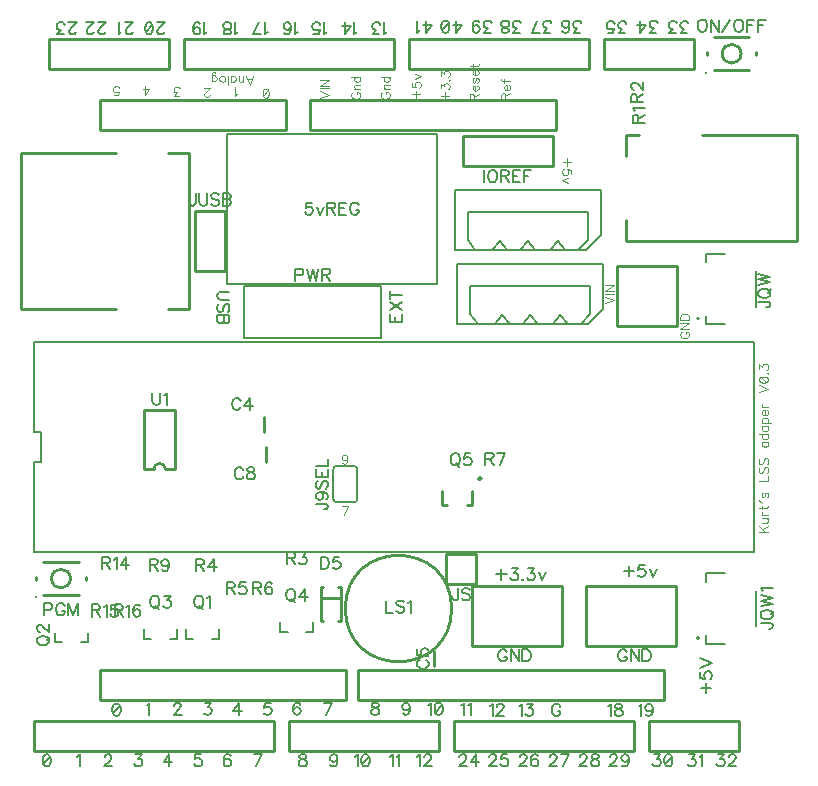
<source format=gto>
G04 DipTrace 3.3.1.3*
G04 T4LSSArduinoShield.gto*
%MOIN*%
G04 #@! TF.FileFunction,Legend,Top*
G04 #@! TF.Part,Single*
%ADD10C,0.009843*%
%ADD21C,0.008*%
%ADD36C,0.006*%
%ADD41C,0.005*%
%ADD56C,0.011811*%
%ADD134C,0.006176*%
%ADD137C,0.004632*%
%FSLAX26Y26*%
G04*
G70*
G90*
G75*
G01*
G04 TopSilk*
%LPD*%
X1210060Y1583271D2*
D10*
Y1532129D1*
X1217060Y1483271D2*
Y1432129D1*
X943700Y2843700D2*
Y2743700D1*
X1643700Y2843700D2*
X943700D1*
X1643700D2*
Y2743700D1*
X943700D1*
X493700Y2843700D2*
Y2743700D1*
X893700Y2843700D2*
X493700D1*
X893700Y2743700D2*
X493700D1*
X893700Y2843700D2*
Y2743700D1*
X443700Y568700D2*
X1243700D1*
X443700Y468700D2*
Y568700D1*
Y468700D2*
X1243700D1*
Y568700D1*
X1793700Y468700D2*
Y568700D1*
X1293700Y468700D2*
X1793700D1*
X1293700Y568700D2*
X1793700D1*
X1293700Y468700D2*
Y568700D1*
X1872830Y2418700D2*
Y2518700D1*
X2172830D1*
Y2418700D2*
Y2518700D1*
X1872830Y2418700D2*
X2172830D1*
X960172Y2463520D2*
Y1943880D1*
X400330D2*
X718432D1*
X891648D2*
X959389D1*
X400330D2*
Y2463520D1*
X718432D1*
X891648D2*
X959389D1*
X1282676Y2539763D2*
X662991D1*
Y2638188D1*
X1282676D1*
Y2539763D1*
X2182676D2*
X1362991D1*
Y2638188D1*
X2182676D1*
Y2539763D1*
X662991Y738188D2*
X1482676D1*
Y639763D1*
X662991D1*
Y738188D1*
X1522991D2*
X2542676D1*
Y639763D1*
X1522991D1*
Y738188D1*
X1843700Y468700D2*
X2443700D1*
X1843700Y568700D2*
X2443700D1*
X1843700Y468700D2*
Y568700D1*
X2443700Y468700D2*
Y568700D1*
X2493700Y468700D2*
Y568700D1*
X2793700D1*
Y468700D2*
Y568700D1*
X2493700Y468700D2*
X2793700D1*
X2293700Y2843700D2*
X1693700D1*
X2293700Y2743700D2*
X1693700D1*
X2293700Y2843700D2*
Y2743700D1*
X1693700Y2843700D2*
Y2743700D1*
X1081700Y2268700D2*
X981700D1*
X1081700Y2068700D2*
Y2268700D1*
Y2068700D2*
X981700D1*
Y2268700D1*
X1143763Y2017330D2*
D21*
Y1846070D1*
X1601637D1*
Y2017330D1*
X1143763D1*
X1035793Y843137D2*
X1059414D1*
Y874637D1*
X972804Y843137D2*
X949183D1*
Y874637D1*
X599793Y830767D2*
X623414D1*
Y862267D1*
X536804Y830767D2*
X513183D1*
Y862267D1*
X897793Y843137D2*
X921414D1*
Y874637D1*
X834804Y843137D2*
X811183D1*
Y874637D1*
X1351793Y866137D2*
X1375414D1*
Y897637D1*
X1288804Y866137D2*
X1265183D1*
Y897637D1*
X913589Y1407273D2*
D10*
Y1604127D1*
X811213Y1407273D2*
Y1604127D1*
X913589D2*
X811213D1*
X882095Y1407273D2*
X913589D1*
X842706D2*
X811213D1*
X882095D2*
G03X842706Y1407273I-19694J-9D01*
G01*
X468665Y1433723D2*
D21*
Y1533682D1*
X443700D1*
Y1833700D1*
X2843705D1*
Y1133705D1*
X443700D1*
Y1433723D1*
X468665D1*
X1521700Y1408704D2*
D36*
Y1308696D1*
X1441700Y1408704D2*
G02X1451700Y1418700I9997J-1D01*
G01*
Y1298700D2*
G02X1441700Y1308696I-3J9997D01*
G01*
X1511700Y1298700D2*
G03X1521700Y1308696I3J9997D01*
G01*
Y1408704D2*
G03X1511700Y1418700I-9997J-1D01*
G01*
X1451700D1*
X1511700Y1298700D2*
X1451700D1*
X1441700Y1308696D2*
Y1408704D1*
X2012000Y818700D2*
D10*
X2203700D1*
X1903700D2*
X2203700D1*
X1903700Y1018700D2*
X2203700D1*
X1903700Y818700D2*
Y1018700D1*
X2203700Y818700D2*
Y1018700D1*
X2392000Y818700D2*
X2583700D1*
X2283700D2*
X2583700D1*
X2283700Y1018700D2*
X2583700D1*
X2283700Y818700D2*
Y1018700D1*
X2583700Y818700D2*
Y1018700D1*
X2643700Y2843700D2*
Y2743700D1*
X2343700D1*
Y2843700D2*
Y2743700D1*
X2643700Y2843700D2*
X2343700D1*
X2849806Y1949642D2*
D21*
Y2067758D1*
X2747440Y1890583D2*
X2682482D1*
Y2097287D2*
Y2126817D1*
X2747440D1*
X2682482Y1890583D2*
Y1920113D1*
X2652888Y1910274D2*
G02X2652888Y1910274I4002J0D01*
G01*
X2849806Y884642D2*
Y1002758D1*
X2747440Y825583D2*
X2682482D1*
Y1032287D2*
Y1061817D1*
X2747440D1*
X2682482Y825583D2*
Y855113D1*
X2652888Y845274D2*
G02X2652888Y845274I4002J0D01*
G01*
X2020963Y2139700D2*
D41*
X1995954Y2167700D1*
X1970945Y2139700D1*
X1914688D1*
X1845950D1*
X2333450Y2339700D2*
X1845950D1*
Y2139700D1*
X2064691D2*
X2095940D1*
X2164678D1*
X2214695D1*
X2264713D1*
X2283433D1*
X2333450Y2189700D1*
Y2339700D1*
X2214695Y2139700D2*
X2189686Y2169700D1*
X2164678Y2139700D1*
X2114709D2*
X2089700Y2167700D1*
X2064691Y2139700D1*
X2008434D1*
X1914688D1*
X1889679Y2170960D1*
Y2264700D1*
X2289721D1*
X2289673Y2171700D1*
X2258473Y2139700D1*
X2028963Y1892700D2*
X2003954Y1920700D1*
X1978945Y1892700D1*
X1922688D1*
X1853950D1*
X2341450Y2092700D2*
X1853950D1*
Y1892700D1*
X2072691D2*
X2103940D1*
X2172678D1*
X2222695D1*
X2272713D1*
X2291433D1*
X2341450Y1942700D1*
Y2092700D1*
X2222695Y1892700D2*
X2197686Y1922700D1*
X2172678Y1892700D1*
X2122709D2*
X2097700Y1920700D1*
X2072691Y1892700D1*
X2016434D1*
X1922688D1*
X1897679Y1923960D1*
Y2017700D1*
X2297721D1*
X2297673Y1924700D1*
X2266473Y1892700D1*
X1786700Y2024700D2*
Y2524700D1*
X1086700Y2024700D2*
X1786700D1*
X1086700Y2524700D2*
X1786700D1*
X1086700Y2024700D2*
Y2524700D1*
X2385700Y1885700D2*
D10*
Y2085700D1*
X2585700Y1885700D2*
X2385700D1*
X2585700Y2085700D2*
X2385700D1*
X2585700Y1885700D2*
Y2085700D1*
X1481535Y943700D2*
G02X1481535Y943700I177165J0D01*
G01*
X1778537Y752129D2*
Y803271D1*
X1399235Y901613D2*
Y1015787D1*
X1466165Y901613D2*
Y1015787D1*
X1407133Y901613D2*
X1399235D1*
X1466165D2*
X1458267D1*
X1407133Y1015787D2*
X1399235D1*
X1466165D2*
X1458267D1*
X1466165Y978385D2*
X1399235D1*
X1917700Y1125700D2*
X1817700D1*
X1917700Y1025700D2*
Y1125700D1*
Y1025700D2*
X1817700D1*
Y1125700D1*
X1925176Y1376661D2*
G02X1925176Y1376661I4922J0D01*
G01*
X1804075Y1335322D2*
Y1290125D1*
X1904543Y1335322D2*
Y1290125D1*
X1886742D1*
X1821876D2*
X1804075D1*
X2416259Y2452996D2*
Y2523872D1*
X2987070Y2169535D2*
X2416201D1*
Y2240410D1*
Y2523872D2*
X2461458D1*
X2670152D2*
X2987070D1*
Y2169535D1*
X2737913Y2793195D2*
G02X2737913Y2793195I31496J0D01*
G01*
X2828464Y2848314D2*
X2710354D1*
X2828464Y2738077D2*
X2808779D1*
X2710354D1*
X2852086Y2787286D2*
Y2799105D1*
X2686731Y2787286D2*
Y2799105D1*
D56*
X2684763Y2730202D3*
X502204Y1043699D2*
D10*
G02X502204Y1043699I31496J0D01*
G01*
X592755Y1098818D2*
X474645D1*
X592755Y988581D2*
X573070D1*
X474645D1*
X616377Y1037790D2*
Y1049609D1*
X451023Y1037790D2*
Y1049609D1*
D56*
X449054Y980706D3*
X1133007Y1636255D2*
D134*
X1131106Y1640058D1*
X1127259Y1643905D1*
X1123457Y1645806D1*
X1115807D1*
X1111961Y1643905D1*
X1108158Y1640058D1*
X1106213Y1636255D1*
X1104311Y1630507D1*
Y1620913D1*
X1106213Y1615209D1*
X1108158Y1611362D1*
X1111961Y1607560D1*
X1115807Y1605614D1*
X1123457D1*
X1127259Y1607560D1*
X1131106Y1611362D1*
X1133007Y1615209D1*
X1164504Y1605614D2*
Y1645762D1*
X1145359Y1619011D1*
X1174055D1*
X1140980Y1405055D2*
X1139079Y1408857D1*
X1135232Y1412704D1*
X1131429Y1414605D1*
X1123780D1*
X1119933Y1412704D1*
X1116131Y1408857D1*
X1114185Y1405055D1*
X1112284Y1399307D1*
Y1389712D1*
X1114185Y1384008D1*
X1116131Y1380162D1*
X1119933Y1376359D1*
X1123780Y1374413D1*
X1131429D1*
X1135232Y1376359D1*
X1139079Y1380162D1*
X1140980Y1384008D1*
X1162882Y1414561D2*
X1157178Y1412660D1*
X1155233Y1408857D1*
Y1405011D1*
X1157178Y1401208D1*
X1160981Y1399263D1*
X1168630Y1397361D1*
X1174378Y1395460D1*
X1178181Y1391613D1*
X1180082Y1387811D1*
Y1382063D1*
X1178181Y1378260D1*
X1176279Y1376315D1*
X1170531Y1374413D1*
X1162882D1*
X1157178Y1376315D1*
X1155233Y1378260D1*
X1153331Y1382063D1*
Y1387811D1*
X1155233Y1391613D1*
X1159079Y1395460D1*
X1164783Y1397361D1*
X1172433Y1399263D1*
X1176279Y1401208D1*
X1178181Y1405011D1*
Y1408857D1*
X1176279Y1412660D1*
X1170531Y1414561D1*
X1162882D1*
X1944560Y2405133D2*
Y2364941D1*
X1968407Y2405133D2*
X1964561Y2403232D1*
X1960758Y2399385D1*
X1958813Y2395582D1*
X1956911Y2389834D1*
Y2380240D1*
X1958813Y2374536D1*
X1960758Y2370689D1*
X1964561Y2366887D1*
X1968407Y2364941D1*
X1976057D1*
X1979859Y2366887D1*
X1983706Y2370689D1*
X1985607Y2374536D1*
X1987509Y2380240D1*
Y2389834D1*
X1985607Y2395582D1*
X1983706Y2399385D1*
X1979859Y2403232D1*
X1976057Y2405133D1*
X1968407D1*
X1999860Y2385988D2*
X2017060D1*
X2022808Y2387933D1*
X2024753Y2389834D1*
X2026655Y2393637D1*
Y2397484D1*
X2024753Y2401286D1*
X2022808Y2403232D1*
X2017060Y2405133D1*
X1999860D1*
Y2364941D1*
X2013257Y2385988D2*
X2026655Y2364941D1*
X2063855Y2405133D2*
X2039006D1*
Y2364941D1*
X2063855D1*
X2039006Y2385988D2*
X2054305D1*
X2101100Y2405133D2*
X2076207D1*
Y2364941D1*
Y2385988D2*
X2091505D1*
X982554Y2327278D2*
Y2296681D1*
X980652Y2290933D1*
X978707Y2289032D1*
X974904Y2287086D1*
X971058D1*
X967255Y2289032D1*
X965354Y2290933D1*
X963408Y2296681D1*
Y2300484D1*
X994905Y2327278D2*
Y2298583D1*
X996806Y2292834D1*
X1000653Y2289032D1*
X1006401Y2287086D1*
X1010204D1*
X1015952Y2289032D1*
X1019798Y2292834D1*
X1021700Y2298583D1*
Y2327278D1*
X1060846Y2321530D2*
X1057043Y2325377D1*
X1051295Y2327278D1*
X1043646D1*
X1037898Y2325377D1*
X1034051Y2321530D1*
Y2317728D1*
X1035997Y2313881D1*
X1037898Y2311980D1*
X1041700Y2310079D1*
X1053196Y2306232D1*
X1057043Y2304331D1*
X1058944Y2302385D1*
X1060846Y2298583D1*
Y2292834D1*
X1057043Y2289032D1*
X1051295Y2287086D1*
X1043646D1*
X1037898Y2289032D1*
X1034051Y2292834D1*
X1073197Y2327278D2*
Y2287086D1*
X1090441D1*
X1096189Y2289032D1*
X1098091Y2290933D1*
X1099992Y2294736D1*
Y2300484D1*
X1098091Y2304331D1*
X1096189Y2306232D1*
X1090441Y2308133D1*
X1096189Y2310079D1*
X1098091Y2311980D1*
X1099992Y2315782D1*
Y2319629D1*
X1098091Y2323432D1*
X1096189Y2325377D1*
X1090441Y2327278D1*
X1073197D1*
Y2308133D2*
X1090441D1*
X1314409Y2054862D2*
X1331653D1*
X1337356Y2056763D1*
X1339302Y2058709D1*
X1341203Y2062511D1*
Y2068259D1*
X1339302Y2072062D1*
X1337356Y2074007D1*
X1331653Y2075908D1*
X1314409D1*
Y2035716D1*
X1353555Y2075908D2*
X1363149Y2035716D1*
X1372700Y2075908D1*
X1382251Y2035716D1*
X1391845Y2075908D1*
X1404197Y2056763D2*
X1421397D1*
X1427145Y2058709D1*
X1429090Y2060610D1*
X1430991Y2064412D1*
Y2068259D1*
X1429090Y2072062D1*
X1427145Y2074007D1*
X1421397Y2075908D1*
X1404197D1*
Y2035716D1*
X1417594Y2056763D2*
X1430991Y2035716D1*
X989501Y986365D2*
X985698Y984508D1*
X981851Y980661D1*
X979950Y976814D1*
X978005Y971066D1*
Y961516D1*
X979950Y955768D1*
X981851Y951965D1*
X985698Y948119D1*
X989501Y946217D1*
X997150D1*
X1000997Y948119D1*
X1004799Y951965D1*
X1006701Y955768D1*
X1008646Y961516D1*
Y971066D1*
X1006701Y976814D1*
X1004799Y980661D1*
X1000997Y984508D1*
X997150Y986365D1*
X989501D1*
X995249Y953867D2*
X1006701Y942371D1*
X1020997Y978672D2*
X1024844Y980617D1*
X1030592Y986321D1*
Y946173D1*
X453720Y832964D2*
X455577Y829161D1*
X459424Y825315D1*
X463271Y823413D1*
X469019Y821468D1*
X478569D1*
X484317Y823413D1*
X488120Y825315D1*
X491967Y829161D1*
X493868Y832964D1*
Y840613D1*
X491967Y844460D1*
X488120Y848262D1*
X484317Y850164D1*
X478569Y852109D1*
X469019D1*
X463271Y850164D1*
X459424Y848262D1*
X455577Y844460D1*
X453720Y840613D1*
Y832964D1*
X486219Y838712D2*
X497715Y850164D1*
X463315Y866406D2*
X461414D1*
X457567Y868307D1*
X455666Y870209D1*
X453764Y874055D1*
Y881705D1*
X455666Y885507D1*
X457567Y887408D1*
X461414Y889354D1*
X465216D1*
X469063Y887408D1*
X474767Y883606D1*
X493912Y864461D1*
Y891255D1*
X842901Y986365D2*
X839098Y984508D1*
X835251Y980661D1*
X833350Y976814D1*
X831405Y971066D1*
Y961516D1*
X833350Y955768D1*
X835251Y951965D1*
X839098Y948119D1*
X842901Y946217D1*
X850550D1*
X854397Y948119D1*
X858199Y951965D1*
X860101Y955768D1*
X862046Y961516D1*
Y971066D1*
X860101Y976814D1*
X858199Y980661D1*
X854397Y984508D1*
X850550Y986365D1*
X842901D1*
X848649Y953867D2*
X860101Y942371D1*
X878244Y986321D2*
X899247D1*
X887795Y971022D1*
X893543D1*
X897345Y969121D1*
X899247Y967220D1*
X901192Y961472D1*
Y957669D1*
X899247Y951921D1*
X895444Y948074D1*
X889696Y946173D1*
X883948D1*
X878244Y948074D1*
X876343Y950020D1*
X874398Y953822D1*
X1295950Y1009365D2*
X1292148Y1007508D1*
X1288301Y1003661D1*
X1286400Y999814D1*
X1284454Y994066D1*
Y984516D1*
X1286400Y978768D1*
X1288301Y974965D1*
X1292148Y971119D1*
X1295950Y969217D1*
X1303599D1*
X1307446Y971119D1*
X1311249Y974965D1*
X1313150Y978768D1*
X1315095Y984516D1*
Y994066D1*
X1313150Y999814D1*
X1311249Y1003661D1*
X1307446Y1007508D1*
X1303599Y1009365D1*
X1295950D1*
X1301698Y976867D2*
X1313150Y965371D1*
X1346592Y969173D2*
Y1009321D1*
X1327447Y982570D1*
X1356143D1*
X2458003Y2563330D2*
Y2580530D1*
X2456057Y2586278D1*
X2454156Y2588223D1*
X2450354Y2590124D1*
X2446507D1*
X2442704Y2588223D1*
X2440759Y2586278D1*
X2438858Y2580530D1*
Y2563330D1*
X2479050D1*
X2458003Y2576727D2*
X2479050Y2590124D1*
X2446551Y2602476D2*
X2444606Y2606322D1*
X2438902Y2612071D1*
X2479050Y2612070D1*
X2453806Y2632730D2*
Y2649930D1*
X2451861Y2655678D1*
X2449959Y2657623D1*
X2446157Y2659524D1*
X2442310D1*
X2438507Y2657623D1*
X2436562Y2655678D1*
X2434661Y2649930D1*
Y2632730D1*
X2474853D1*
X2453806Y2646127D2*
X2474853Y2659524D1*
X2444256Y2673821D2*
X2442354D1*
X2438507Y2675723D1*
X2436606Y2677624D1*
X2434705Y2681471D1*
Y2689120D1*
X2436606Y2692922D1*
X2438507Y2694824D1*
X2442354Y2696769D1*
X2446157D1*
X2450004Y2694824D1*
X2455707Y2691021D1*
X2474853Y2671876D1*
Y2698670D1*
X1287328Y1111661D2*
X1304528D1*
X1310276Y1113606D1*
X1312221Y1115507D1*
X1314123Y1119310D1*
Y1123157D1*
X1312221Y1126959D1*
X1310276Y1128905D1*
X1304528Y1130806D1*
X1287328D1*
Y1090614D1*
X1300725Y1111661D2*
X1314123Y1090614D1*
X1330321Y1130762D2*
X1351323D1*
X1339871Y1115463D1*
X1345619D1*
X1349422Y1113562D1*
X1351323Y1111661D1*
X1353269Y1105913D1*
Y1102110D1*
X1351323Y1096362D1*
X1347521Y1092515D1*
X1341773Y1090614D1*
X1336025D1*
X1330321Y1092515D1*
X1328420Y1094461D1*
X1326474Y1098263D1*
X984377Y1089661D2*
X1001577D1*
X1007325Y1091606D1*
X1009271Y1093507D1*
X1011172Y1097310D1*
Y1101157D1*
X1009271Y1104959D1*
X1007325Y1106905D1*
X1001577Y1108806D1*
X984377D1*
Y1068614D1*
X997775Y1089661D2*
X1011172Y1068614D1*
X1042669D2*
Y1108762D1*
X1023523Y1082011D1*
X1052219D1*
X1086730Y1012125D2*
X1103930D1*
X1109678Y1014071D1*
X1111623Y1015972D1*
X1113524Y1019775D1*
Y1023621D1*
X1111623Y1027424D1*
X1109678Y1029369D1*
X1103930Y1031271D1*
X1086730D1*
Y991079D1*
X1100127Y1012125D2*
X1113524Y991079D1*
X1148824Y1031226D2*
X1129722D1*
X1127821Y1014026D1*
X1129722Y1015928D1*
X1135470Y1017873D1*
X1141174D1*
X1146922Y1015928D1*
X1150769Y1012125D1*
X1152670Y1006377D1*
Y1002575D1*
X1150769Y996827D1*
X1146922Y992980D1*
X1141174Y991079D1*
X1135470D1*
X1129722Y992980D1*
X1127821Y994925D1*
X1125876Y998728D1*
X1174702Y1012125D2*
X1191902D1*
X1197650Y1014071D1*
X1199596Y1015972D1*
X1201497Y1019775D1*
Y1023621D1*
X1199596Y1027424D1*
X1197650Y1029369D1*
X1191902Y1031271D1*
X1174702D1*
Y991079D1*
X1188100Y1012125D2*
X1201497Y991079D1*
X1236796Y1025523D2*
X1234895Y1029325D1*
X1229147Y1031226D1*
X1225345D1*
X1219596Y1029325D1*
X1215750Y1023577D1*
X1213848Y1014026D1*
Y1004476D1*
X1215750Y996827D1*
X1219596Y992980D1*
X1225345Y991079D1*
X1227246D1*
X1232950Y992980D1*
X1236796Y996827D1*
X1238698Y1002575D1*
Y1004476D1*
X1236796Y1010224D1*
X1232950Y1014026D1*
X1227246Y1015928D1*
X1225345D1*
X1219596Y1014026D1*
X1215750Y1010224D1*
X1213848Y1004476D1*
X829279Y1089661D2*
X846479D1*
X852227Y1091606D1*
X854172Y1093507D1*
X856073Y1097310D1*
Y1101157D1*
X854172Y1104959D1*
X852227Y1106905D1*
X846479Y1108806D1*
X829279D1*
Y1068614D1*
X842676Y1089661D2*
X856073Y1068614D1*
X893318Y1095409D2*
X891373Y1089661D1*
X887570Y1085814D1*
X881822Y1083913D1*
X879921D1*
X874173Y1085814D1*
X870370Y1089661D1*
X868425Y1095409D1*
Y1097310D1*
X870370Y1103058D1*
X874173Y1106861D1*
X879921Y1108762D1*
X881822D1*
X887570Y1106861D1*
X891373Y1103058D1*
X893318Y1095409D1*
Y1085814D1*
X891373Y1076263D1*
X887570Y1070515D1*
X881822Y1068614D1*
X878020D1*
X872272Y1070515D1*
X870370Y1074362D1*
X671806Y1095661D2*
X689006D1*
X694754Y1097606D1*
X696699Y1099507D1*
X698601Y1103310D1*
Y1107157D1*
X696699Y1110959D1*
X694754Y1112905D1*
X689006Y1114806D1*
X671806D1*
Y1074614D1*
X685203Y1095661D2*
X698601Y1074614D1*
X710952Y1107113D2*
X714799Y1109058D1*
X720547Y1114762D1*
Y1074614D1*
X752044D2*
Y1114762D1*
X732898Y1088011D1*
X761594D1*
X636757Y938125D2*
X653956D1*
X659704Y940071D1*
X661650Y941972D1*
X663551Y945775D1*
Y949621D1*
X661650Y953424D1*
X659704Y955369D1*
X653956Y957271D1*
X636757D1*
Y917079D1*
X650154Y938125D2*
X663551Y917079D1*
X675903Y949577D2*
X679749Y951523D1*
X685497Y957226D1*
Y917079D1*
X720797Y957226D2*
X701696D1*
X699794Y940026D1*
X701696Y941928D1*
X707444Y943873D1*
X713147D1*
X718895Y941928D1*
X722742Y938125D1*
X724643Y932377D1*
Y928575D1*
X722742Y922827D1*
X718895Y918980D1*
X713147Y917079D1*
X707444D1*
X701696Y918980D1*
X699794Y920925D1*
X697849Y924728D1*
X712729Y938125D2*
X729929D1*
X735677Y940071D1*
X737623Y941972D1*
X739524Y945775D1*
Y949621D1*
X737623Y953424D1*
X735677Y955369D1*
X729929Y957271D1*
X712729D1*
Y917079D1*
X726127Y938125D2*
X739524Y917079D1*
X751875Y949577D2*
X755722Y951523D1*
X761470Y957226D1*
Y917079D1*
X796769Y951523D2*
X794868Y955325D1*
X789120Y957226D1*
X785318D1*
X779570Y955325D1*
X775723Y949577D1*
X773822Y940026D1*
Y930476D1*
X775723Y922827D1*
X779570Y918980D1*
X785318Y917079D1*
X787219D1*
X792923Y918980D1*
X796769Y922827D1*
X798671Y928575D1*
Y930476D1*
X796769Y936224D1*
X792923Y940026D1*
X787219Y941928D1*
X785318D1*
X779570Y940026D1*
X775723Y936224D1*
X773822Y930476D1*
X838030Y1662706D2*
Y1634010D1*
X839932Y1628262D1*
X843778Y1624459D1*
X849526Y1622514D1*
X853329D1*
X859077Y1624459D1*
X862924Y1628262D1*
X864825Y1634010D1*
Y1662706D1*
X877176Y1655012D2*
X881023Y1656958D1*
X886771Y1662661D1*
Y1622514D1*
X1383122Y1293827D2*
X1413719D1*
X1419467Y1291926D1*
X1421368Y1289981D1*
X1423314Y1286178D1*
Y1282331D1*
X1421368Y1278529D1*
X1419467Y1276628D1*
X1413719Y1274682D1*
X1409916D1*
X1396519Y1331072D2*
X1402267Y1329127D1*
X1406114Y1325324D1*
X1408015Y1319576D1*
Y1317675D1*
X1406114Y1311927D1*
X1402267Y1308124D1*
X1396519Y1306179D1*
X1394618D1*
X1388870Y1308124D1*
X1385067Y1311927D1*
X1383166Y1317675D1*
Y1319576D1*
X1385067Y1325324D1*
X1388870Y1329127D1*
X1396519Y1331072D1*
X1406114D1*
X1415664Y1329127D1*
X1421412Y1325324D1*
X1423314Y1319576D1*
Y1315774D1*
X1421412Y1310025D1*
X1417566Y1308124D1*
X1388870Y1370218D2*
X1385023Y1366416D1*
X1383122Y1360668D1*
Y1353018D1*
X1385023Y1347270D1*
X1388870Y1343424D1*
X1392672D1*
X1396519Y1345369D1*
X1398420Y1347270D1*
X1400321Y1351073D1*
X1404168Y1362569D1*
X1406069Y1366416D1*
X1408015Y1368317D1*
X1411818Y1370218D1*
X1417566D1*
X1421368Y1366416D1*
X1423314Y1360668D1*
Y1353018D1*
X1421368Y1347270D1*
X1417566Y1343424D1*
X1383122Y1407419D2*
Y1382570D1*
X1423314D1*
Y1407419D1*
X1402267Y1382570D2*
Y1397868D1*
X1383122Y1419770D2*
X1423314D1*
Y1442718D1*
X2857547Y1966455D2*
X2888144D1*
X2893892Y1964554D1*
X2895793Y1962609D1*
X2897739Y1958806D1*
Y1954959D1*
X2895793Y1951157D1*
X2893892Y1949255D1*
X2888144Y1947310D1*
X2884341D1*
X2857547Y1990303D2*
X2859404Y1986500D1*
X2863251Y1982653D1*
X2867097Y1980752D1*
X2872845Y1978807D1*
X2882396D1*
X2888144Y1980752D1*
X2891947Y1982653D1*
X2895793Y1986500D1*
X2897695Y1990303D1*
Y1997952D1*
X2895793Y2001799D1*
X2891947Y2005601D1*
X2888144Y2007503D1*
X2882396Y2009448D1*
X2872845D1*
X2867097Y2007503D1*
X2863251Y2005601D1*
X2859404Y2001799D1*
X2857547Y1997952D1*
Y1990303D1*
X2890045Y1996051D2*
X2901541Y2007503D1*
X2857547Y2021799D2*
X2897739Y2031394D1*
X2857547Y2040945D1*
X2897739Y2050495D1*
X2857547Y2060090D1*
X2866322Y895482D2*
X2896919D1*
X2902667Y893581D1*
X2904569Y891635D1*
X2906514Y887833D1*
Y883986D1*
X2904569Y880184D1*
X2902667Y878282D1*
X2896919Y876337D1*
X2893117D1*
X2866322Y919330D2*
X2868179Y915527D1*
X2872026Y911680D1*
X2875873Y909779D1*
X2881621Y907834D1*
X2891171D1*
X2896919Y909779D1*
X2900722Y911680D1*
X2904569Y915527D1*
X2906470Y919330D1*
Y926979D1*
X2904569Y930826D1*
X2900722Y934628D1*
X2896919Y936529D1*
X2891171Y938475D1*
X2881621D1*
X2875873Y936529D1*
X2872026Y934628D1*
X2868179Y930826D1*
X2866322Y926979D1*
Y919330D1*
X2898821Y925078D2*
X2910317Y936529D1*
X2866322Y950826D2*
X2906514Y960421D1*
X2866322Y969972D1*
X2906514Y979522D1*
X2866322Y989117D1*
X2874016Y1001468D2*
X2872070Y1005315D1*
X2866366Y1011063D1*
X2906514D1*
X1369904Y2297162D2*
X1350803D1*
X1348902Y2279962D1*
X1350803Y2281863D1*
X1356551Y2283808D1*
X1362255D1*
X1368003Y2281863D1*
X1371849Y2278060D1*
X1373751Y2272312D1*
Y2268510D1*
X1371849Y2262762D1*
X1368003Y2258915D1*
X1362255Y2257014D1*
X1356551D1*
X1350803Y2258915D1*
X1348902Y2260861D1*
X1346956Y2264663D1*
X1386102Y2283808D2*
X1397598Y2257014D1*
X1409050Y2283808D1*
X1421401Y2278060D2*
X1438601D1*
X1444349Y2280006D1*
X1446295Y2281907D1*
X1448196Y2285710D1*
Y2289556D1*
X1446295Y2293359D1*
X1444349Y2295304D1*
X1438601Y2297206D1*
X1421401D1*
Y2257014D1*
X1434799Y2278060D2*
X1448196Y2257014D1*
X1485397Y2297206D2*
X1460547D1*
Y2257014D1*
X1485397D1*
X1460547Y2278060D2*
X1475846D1*
X1526444Y2287655D2*
X1524543Y2291458D1*
X1520696Y2295304D1*
X1516893Y2297206D1*
X1509244D1*
X1505397Y2295304D1*
X1501595Y2291458D1*
X1499649Y2287655D1*
X1497748Y2281907D1*
Y2272312D1*
X1499649Y2266609D1*
X1501595Y2262762D1*
X1505397Y2258959D1*
X1509244Y2257014D1*
X1516893D1*
X1520696Y2258959D1*
X1524543Y2262762D1*
X1526444Y2266609D1*
Y2272312D1*
X1516893D1*
X1616680Y970206D2*
Y930014D1*
X1639628D1*
X1678774Y964458D2*
X1674971Y968304D1*
X1669223Y970206D1*
X1661574D1*
X1655826Y968304D1*
X1651979Y964458D1*
Y960655D1*
X1653925Y956808D1*
X1655826Y954907D1*
X1659629Y953006D1*
X1671125Y949159D1*
X1674971Y947258D1*
X1676873Y945312D1*
X1678774Y941510D1*
Y935762D1*
X1674971Y931959D1*
X1669223Y930014D1*
X1661574D1*
X1655826Y931959D1*
X1651979Y935762D1*
X1691125Y962512D2*
X1694972Y964458D1*
X1700720Y970162D1*
Y930014D1*
X1729509Y772475D2*
X1725707Y770574D1*
X1721860Y766727D1*
X1719959Y762924D1*
Y755275D1*
X1721860Y751428D1*
X1725707Y747626D1*
X1729509Y745680D1*
X1735257Y743779D1*
X1744852D1*
X1750556Y745680D1*
X1754403Y747626D1*
X1758205Y751428D1*
X1760151Y755275D1*
Y762924D1*
X1758205Y766727D1*
X1754403Y770574D1*
X1750556Y772475D1*
X1720003Y807774D2*
Y788673D1*
X1737203Y786772D1*
X1735302Y788673D1*
X1733356Y794421D1*
Y800125D1*
X1735302Y805873D1*
X1739104Y809720D1*
X1744852Y811621D1*
X1748655D1*
X1754403Y809720D1*
X1758250Y805873D1*
X1760151Y800125D1*
Y794421D1*
X1758250Y788673D1*
X1756304Y786772D1*
X1752502Y784826D1*
X1399730Y1115704D2*
Y1075512D1*
X1413127D1*
X1418875Y1077457D1*
X1422722Y1081260D1*
X1424623Y1085106D1*
X1426524Y1090810D1*
Y1100405D1*
X1424623Y1106153D1*
X1422722Y1109956D1*
X1418875Y1113802D1*
X1413127Y1115704D1*
X1399730D1*
X1461824Y1115659D2*
X1442722D1*
X1440821Y1098460D1*
X1442722Y1100361D1*
X1448470Y1102306D1*
X1454174D1*
X1459922Y1100361D1*
X1463769Y1096558D1*
X1465670Y1090810D1*
Y1087008D1*
X1463769Y1081260D1*
X1459922Y1077413D1*
X1454174Y1075512D1*
X1448470D1*
X1442722Y1077413D1*
X1440821Y1079358D1*
X1438876Y1083161D1*
X1857700Y1012133D2*
Y981536D1*
X1855798Y975788D1*
X1853853Y973887D1*
X1850050Y971941D1*
X1846204D1*
X1842401Y973887D1*
X1840500Y975788D1*
X1838554Y981536D1*
Y985338D1*
X1896846Y1006385D2*
X1893043Y1010232D1*
X1887295Y1012133D1*
X1879646D1*
X1873898Y1010232D1*
X1870051Y1006385D1*
Y1002582D1*
X1871997Y998736D1*
X1873898Y996834D1*
X1877700Y994933D1*
X1889196Y991086D1*
X1893043Y989185D1*
X1894944Y987240D1*
X1896846Y983437D1*
Y977689D1*
X1893043Y973887D1*
X1887295Y971941D1*
X1879646D1*
X1873898Y973887D1*
X1870051Y977689D1*
X1844195Y1460869D2*
X1840392Y1459012D1*
X1836545Y1455165D1*
X1834644Y1451318D1*
X1832699Y1445570D1*
Y1436020D1*
X1834644Y1430272D1*
X1836545Y1426469D1*
X1840392Y1422622D1*
X1844195Y1420721D1*
X1851844D1*
X1855691Y1422622D1*
X1859493Y1426469D1*
X1861395Y1430272D1*
X1863340Y1436020D1*
Y1445570D1*
X1861395Y1451318D1*
X1859493Y1455165D1*
X1855691Y1459012D1*
X1851844Y1460869D1*
X1844195D1*
X1849943Y1428371D2*
X1861395Y1416874D1*
X1898639Y1460825D2*
X1879538D1*
X1877637Y1443625D1*
X1879538Y1445526D1*
X1885286Y1447472D1*
X1890990D1*
X1896738Y1445526D1*
X1900585Y1441724D1*
X1902486Y1435976D1*
Y1432173D1*
X1900585Y1426425D1*
X1896738Y1422578D1*
X1890990Y1420677D1*
X1885286D1*
X1879538Y1422578D1*
X1877637Y1424524D1*
X1875691Y1428326D1*
X1948730Y1443724D2*
X1965930D1*
X1971678Y1445669D1*
X1973623Y1447570D1*
X1975524Y1451373D1*
Y1455220D1*
X1973623Y1459022D1*
X1971678Y1460968D1*
X1965930Y1462869D1*
X1948730D1*
Y1422677D1*
X1962127Y1443724D2*
X1975524Y1422677D1*
X1995525D2*
X2014670Y1462825D1*
X1987876D1*
X2667741Y2906893D2*
X2663894Y2904991D1*
X2660092Y2901145D1*
X2658146Y2897342D1*
X2656245Y2891594D1*
Y2881999D1*
X2658146Y2876295D1*
X2660092Y2872449D1*
X2663894Y2868646D1*
X2667741Y2866701D1*
X2675390D1*
X2679193Y2868646D1*
X2683040Y2872449D1*
X2684941Y2876295D1*
X2686842Y2881999D1*
Y2891594D1*
X2684941Y2897342D1*
X2683040Y2901145D1*
X2679193Y2904991D1*
X2675390Y2906893D1*
X2667741D1*
X2725988D2*
Y2866701D1*
X2699193Y2906893D1*
Y2866701D1*
X2738340D2*
X2765134Y2906848D1*
X2788982Y2906893D2*
X2785135Y2904991D1*
X2781332Y2901145D1*
X2779387Y2897342D1*
X2777486Y2891594D1*
Y2881999D1*
X2779387Y2876295D1*
X2781332Y2872449D1*
X2785135Y2868646D1*
X2788982Y2866701D1*
X2796631D1*
X2800434Y2868646D1*
X2804280Y2872449D1*
X2806182Y2876295D1*
X2808083Y2881999D1*
Y2891594D1*
X2806182Y2897342D1*
X2804280Y2901145D1*
X2800434Y2904991D1*
X2796631Y2906893D1*
X2788982D1*
X2845328D2*
X2820434D1*
Y2866701D1*
Y2887747D2*
X2835733D1*
X2882572Y2906893D2*
X2857679D1*
Y2866701D1*
Y2887747D2*
X2872978D1*
X478305Y940189D2*
X495549D1*
X501253Y942090D1*
X503198Y944036D1*
X505099Y947838D1*
Y953586D1*
X503198Y957389D1*
X501253Y959334D1*
X495549Y961235D1*
X478305D1*
Y921043D1*
X546147Y951685D2*
X544245Y955487D1*
X540399Y959334D1*
X536596Y961235D1*
X528947D1*
X525100Y959334D1*
X521298Y955487D1*
X519352Y951685D1*
X517451Y945937D1*
Y936342D1*
X519352Y930638D1*
X521298Y926791D1*
X525100Y922989D1*
X528947Y921043D1*
X536596D1*
X540399Y922989D1*
X544245Y926791D1*
X546147Y930638D1*
Y936342D1*
X536596D1*
X589095Y921043D2*
Y961235D1*
X573797Y921043D1*
X558498Y961235D1*
Y921043D1*
X716924Y626448D2*
X711176Y624547D1*
X707330Y618799D1*
X705428Y609249D1*
Y603501D1*
X707330Y593950D1*
X711176Y588202D1*
X716924Y586301D1*
X720727D1*
X726475Y588202D1*
X730277Y593950D1*
X732223Y603501D1*
Y609249D1*
X730277Y618799D1*
X726475Y624547D1*
X720727Y626448D1*
X716924D1*
X730277Y618799D2*
X707330Y593950D1*
X818928Y621799D2*
X822775Y623745D1*
X828523Y629448D1*
Y589301D1*
X910874Y619898D2*
Y621799D1*
X912775Y625646D1*
X914676Y627547D1*
X918523Y629448D1*
X926172D1*
X929975Y627547D1*
X931876Y625646D1*
X933822Y621799D1*
Y617997D1*
X931876Y614150D1*
X928074Y608446D1*
X908928Y589301D1*
X935723D1*
X1127074D2*
Y629448D1*
X1107928Y602698D1*
X1136624D1*
X1232376Y629448D2*
X1213275D1*
X1211374Y612249D1*
X1213275Y614150D1*
X1219023Y616095D1*
X1224727D1*
X1230475Y614150D1*
X1234322Y610347D1*
X1236223Y604599D1*
Y600797D1*
X1234322Y595049D1*
X1230475Y591202D1*
X1224727Y589301D1*
X1219023D1*
X1213275Y591202D1*
X1211374Y593147D1*
X1209428Y596950D1*
X1330876Y623745D2*
X1328975Y627547D1*
X1323227Y629448D1*
X1319424D1*
X1313676Y627547D1*
X1309830Y621799D1*
X1307928Y612249D1*
Y602698D1*
X1309830Y595049D1*
X1313676Y591202D1*
X1319424Y589301D1*
X1321326D1*
X1327029Y591202D1*
X1330876Y595049D1*
X1332777Y600797D1*
Y602698D1*
X1330876Y608446D1*
X1327029Y612249D1*
X1321326Y614150D1*
X1319424D1*
X1313676Y612249D1*
X1309830Y608446D1*
X1307928Y602698D1*
X1417078Y589301D2*
X1436223Y629448D1*
X1409428D1*
X1013275D2*
X1034277D1*
X1022826Y614150D1*
X1028574D1*
X1032376Y612249D1*
X1034277Y610347D1*
X1036223Y604599D1*
Y600797D1*
X1034277Y595049D1*
X1030475Y591202D1*
X1024727Y589301D1*
X1018979D1*
X1013275Y591202D1*
X1011374Y593147D1*
X1009428Y596950D1*
X1577479Y629448D2*
X1571775Y627547D1*
X1569830Y623745D1*
Y619898D1*
X1571775Y616095D1*
X1575578Y614150D1*
X1583227Y612249D1*
X1588975Y610347D1*
X1592777Y606501D1*
X1594679Y602698D1*
Y596950D1*
X1592777Y593147D1*
X1590876Y591202D1*
X1585128Y589301D1*
X1577479D1*
X1571775Y591202D1*
X1569830Y593147D1*
X1567928Y596950D1*
Y602698D1*
X1569830Y606501D1*
X1573676Y610347D1*
X1579380Y612249D1*
X1587029Y614150D1*
X1590876Y616095D1*
X1592777Y619898D1*
Y623745D1*
X1590876Y627547D1*
X1585128Y629448D1*
X1577479D1*
X1696822Y616095D2*
X1694876Y610347D1*
X1691074Y606501D1*
X1685326Y604599D1*
X1683424D1*
X1677676Y606501D1*
X1673874Y610347D1*
X1671928Y616095D1*
Y617997D1*
X1673874Y623745D1*
X1677676Y627547D1*
X1683424Y629448D1*
X1685326D1*
X1691074Y627547D1*
X1694876Y623745D1*
X1696822Y616095D1*
Y606501D1*
X1694876Y596950D1*
X1691074Y591202D1*
X1685326Y589301D1*
X1681523D1*
X1675775Y591202D1*
X1673874Y595049D1*
X1757428Y621799D2*
X1761275Y623745D1*
X1767023Y629448D1*
Y589301D1*
X1790871Y629448D2*
X1785122Y627547D1*
X1781276Y621799D1*
X1779374Y612249D1*
Y606501D1*
X1781276Y596950D1*
X1785122Y591202D1*
X1790871Y589301D1*
X1794673D1*
X1800421Y591202D1*
X1804224Y596950D1*
X1806169Y606501D1*
Y612249D1*
X1804224Y621799D1*
X1800421Y627547D1*
X1794673Y629448D1*
X1790871D1*
X1804224Y621799D2*
X1781276Y596950D1*
X1868428Y620799D2*
X1872275Y622745D1*
X1878023Y628448D1*
Y588301D1*
X1890374Y620799D2*
X1894221Y622745D1*
X1899969Y628448D1*
Y588301D1*
X1962928Y618799D2*
X1966775Y620745D1*
X1972523Y626448D1*
Y586301D1*
X1986820Y616898D2*
Y618799D1*
X1988721Y622646D1*
X1990622Y624547D1*
X1994469Y626448D1*
X2002119D1*
X2005921Y624547D1*
X2007822Y622646D1*
X2009768Y618799D1*
Y614997D1*
X2007822Y611150D1*
X2004020Y605446D1*
X1984874Y586301D1*
X2011669D1*
X2518555Y2863721D2*
X2497553D1*
X2509005Y2879019D1*
X2503257D1*
X2499454Y2880921D1*
X2497553Y2882822D1*
X2495607Y2888570D1*
Y2892372D1*
X2497553Y2898120D1*
X2501355Y2901967D1*
X2507104Y2903868D1*
X2512852D1*
X2518555Y2901967D1*
X2520457Y2900022D1*
X2522402Y2896219D1*
X2464111Y2903868D2*
Y2863721D1*
X2483256Y2890471D1*
X2454560D1*
X2414605Y2860770D2*
X2393603Y2860771D1*
X2405055Y2876069D1*
X2399307D1*
X2395504Y2877970D1*
X2393603Y2879872D1*
X2391657Y2885620D1*
Y2889422D1*
X2393603Y2895170D1*
X2397405Y2899017D1*
X2403153Y2900918D1*
X2408901D1*
X2414605Y2899017D1*
X2416506Y2897072D1*
X2418452Y2893269D1*
X2356358Y2860771D2*
X2375459D1*
X2377360Y2877970D1*
X2375459Y2876069D1*
X2369711Y2874124D1*
X2364007D1*
X2358259Y2876069D1*
X2354413Y2879872D1*
X2352511Y2885620D1*
Y2889422D1*
X2354413Y2895170D1*
X2358259Y2899017D1*
X2364007Y2900918D1*
X2369711D1*
X2375459Y2899017D1*
X2377360Y2897072D1*
X2379306Y2893269D1*
X583610Y2867101D2*
Y2865199D1*
X581709Y2861353D1*
X579808Y2859451D1*
X575961Y2857550D1*
X568312D1*
X564509Y2859451D1*
X562608Y2861353D1*
X560662Y2865199D1*
Y2869002D1*
X562608Y2872849D1*
X566410Y2878552D1*
X585556Y2897698D1*
X558761D1*
X542563Y2857550D2*
X521560D1*
X533012Y2872849D1*
X527264D1*
X523462Y2874750D1*
X521560Y2876651D1*
X519615Y2882399D1*
Y2886202D1*
X521560Y2891950D1*
X525363Y2895797D1*
X531111Y2897698D1*
X536859D1*
X542563Y2895797D1*
X544464Y2893851D1*
X546410Y2890049D1*
X2002114Y1074574D2*
Y1040130D1*
X1984914Y1057330D2*
X2019358D1*
X2035556Y1077426D2*
X2056558D1*
X2045107Y1062127D1*
X2050855D1*
X2054657Y1060226D1*
X2056558Y1058325D1*
X2058504Y1052577D1*
Y1048774D1*
X2056558Y1043026D1*
X2052756Y1039180D1*
X2047008Y1037278D1*
X2041260D1*
X2035556Y1039180D1*
X2033655Y1041125D1*
X2031709Y1044928D1*
X2072757Y1041125D2*
X2070855Y1039180D1*
X2072757Y1037278D1*
X2074702Y1039180D1*
X2072757Y1041125D1*
X2090900Y1077426D2*
X2111903D1*
X2100451Y1062127D1*
X2106199D1*
X2110001Y1060226D1*
X2111903Y1058325D1*
X2113848Y1052577D1*
Y1048774D1*
X2111903Y1043026D1*
X2108100Y1039180D1*
X2102352Y1037278D1*
X2096604D1*
X2090900Y1039180D1*
X2088999Y1041125D1*
X2087053Y1044928D1*
X2126199Y1064073D2*
X2137696Y1037278D1*
X2149147Y1064073D1*
X681610Y2867101D2*
Y2865199D1*
X679709Y2861353D1*
X677808Y2859451D1*
X673961Y2857550D1*
X666312D1*
X662509Y2859451D1*
X660608Y2861353D1*
X658662Y2865199D1*
Y2869002D1*
X660608Y2872849D1*
X664410Y2878552D1*
X683556Y2897698D1*
X656761D1*
X642464Y2867101D2*
Y2865199D1*
X640563Y2861353D1*
X638662Y2859451D1*
X634815Y2857550D1*
X627165D1*
X623363Y2859451D1*
X621462Y2861353D1*
X619516Y2865199D1*
Y2869002D1*
X621462Y2872849D1*
X625264Y2878552D1*
X644410Y2897698D1*
X617615D1*
X772610Y2867101D2*
Y2865199D1*
X770709Y2861353D1*
X768808Y2859451D1*
X764961Y2857550D1*
X757312D1*
X753509Y2859451D1*
X751608Y2861353D1*
X749662Y2865199D1*
Y2869002D1*
X751608Y2872849D1*
X755410Y2878552D1*
X774556Y2897698D1*
X747761D1*
X735410Y2865199D2*
X731563Y2863254D1*
X725815Y2857550D1*
Y2897698D1*
X877610Y2867101D2*
Y2865199D1*
X875709Y2861353D1*
X873808Y2859451D1*
X869961Y2857550D1*
X862312D1*
X858509Y2859451D1*
X856608Y2861353D1*
X854662Y2865199D1*
Y2869002D1*
X856608Y2872849D1*
X860410Y2878552D1*
X879556Y2897698D1*
X852761D1*
X828914Y2857550D2*
X834662Y2859451D1*
X838508Y2865199D1*
X840410Y2874750D1*
Y2880498D1*
X838508Y2890049D1*
X834662Y2895797D1*
X828914Y2897698D1*
X825111D1*
X819363Y2895797D1*
X815560Y2890049D1*
X813615Y2880498D1*
Y2874750D1*
X815560Y2865199D1*
X819363Y2859451D1*
X825111Y2857550D1*
X828914D1*
X815560Y2865199D2*
X838508Y2890049D1*
X1020556Y2865199D2*
X1016709Y2863254D1*
X1010961Y2857550D1*
Y2897698D1*
X973716Y2870903D2*
X975662Y2876651D1*
X979464Y2880498D1*
X985212Y2882399D1*
X987113D1*
X992861Y2880498D1*
X996664Y2876651D1*
X998609Y2870903D1*
Y2869002D1*
X996664Y2863254D1*
X992861Y2859451D1*
X987113Y2857550D1*
X985212D1*
X979464Y2859451D1*
X975662Y2863254D1*
X973716Y2870903D1*
Y2880498D1*
X975662Y2890049D1*
X979464Y2895797D1*
X985212Y2897698D1*
X989015D1*
X994763Y2895797D1*
X996664Y2891950D1*
X1123556Y2865199D2*
X1119709Y2863254D1*
X1113961Y2857550D1*
Y2897698D1*
X1092059Y2857550D2*
X1097763Y2859451D1*
X1099708Y2863254D1*
Y2867101D1*
X1097763Y2870903D1*
X1093960Y2872849D1*
X1086311Y2874750D1*
X1080563Y2876651D1*
X1076760Y2880498D1*
X1074859Y2884301D1*
Y2890049D1*
X1076760Y2893851D1*
X1078662Y2895797D1*
X1084410Y2897698D1*
X1092059D1*
X1097763Y2895797D1*
X1099708Y2893851D1*
X1101609Y2890049D1*
Y2884301D1*
X1099708Y2880498D1*
X1095861Y2876651D1*
X1090158Y2874750D1*
X1082508Y2872849D1*
X1078662Y2870903D1*
X1076760Y2867101D1*
Y2863254D1*
X1078662Y2859451D1*
X1084410Y2857550D1*
X1092059D1*
X1222556Y2865199D2*
X1218709Y2863254D1*
X1212961Y2857550D1*
Y2897698D1*
X1192960D2*
X1173815Y2857550D1*
X1200609D1*
X1322556Y2865199D2*
X1318709Y2863254D1*
X1312961Y2857550D1*
Y2897698D1*
X1277662Y2863254D2*
X1279563Y2859451D1*
X1285311Y2857550D1*
X1289113D1*
X1294861Y2859451D1*
X1298708Y2865199D1*
X1300609Y2874750D1*
Y2884301D1*
X1298708Y2891950D1*
X1294861Y2895797D1*
X1289113Y2897698D1*
X1287212D1*
X1281508Y2895797D1*
X1277662Y2891950D1*
X1275760Y2886202D1*
Y2884301D1*
X1277662Y2878552D1*
X1281508Y2874750D1*
X1287212Y2872849D1*
X1289113D1*
X1294861Y2874750D1*
X1298708Y2878552D1*
X1300609Y2884301D1*
X1419556Y2865199D2*
X1415709Y2863254D1*
X1409961Y2857550D1*
Y2897698D1*
X1374662Y2857550D2*
X1393763D1*
X1395664Y2874750D1*
X1393763Y2872849D1*
X1388015Y2870903D1*
X1382311D1*
X1376563Y2872849D1*
X1372716Y2876651D1*
X1370815Y2882399D1*
Y2886202D1*
X1372716Y2891950D1*
X1376563Y2895797D1*
X1382311Y2897698D1*
X1388015D1*
X1393763Y2895797D1*
X1395664Y2893851D1*
X1397609Y2890049D1*
X1521556Y2865199D2*
X1517709Y2863254D1*
X1511961Y2857550D1*
Y2897698D1*
X1480464D2*
Y2857550D1*
X1499609Y2884301D1*
X1470914D1*
X1620556Y2865199D2*
X1616709Y2863254D1*
X1610961Y2857550D1*
Y2897698D1*
X1594763Y2857550D2*
X1573760D1*
X1585212Y2872849D1*
X1579464D1*
X1575662Y2874750D1*
X1573760Y2876651D1*
X1571815Y2882399D1*
Y2886202D1*
X1573760Y2891950D1*
X1577563Y2895797D1*
X1583311Y2897698D1*
X1589059D1*
X1594763Y2895797D1*
X1596664Y2893851D1*
X1598609Y2890049D1*
X1751410Y2903698D2*
Y2863550D1*
X1770556Y2890300D1*
X1741860Y2890301D1*
X1729508Y2871199D2*
X1725662Y2869254D1*
X1719914Y2863550D1*
Y2903698D1*
X1850410D2*
Y2863550D1*
X1869556Y2890300D1*
X1840860Y2890301D1*
X1817012Y2863550D2*
X1822760Y2865451D1*
X1826607Y2871199D1*
X1828508Y2880750D1*
Y2886498D1*
X1826607Y2896049D1*
X1822760Y2901797D1*
X1817012Y2903698D1*
X1813210D1*
X1807462Y2901797D1*
X1803659Y2896049D1*
X1801714Y2886498D1*
Y2880750D1*
X1803659Y2871199D1*
X1807462Y2865451D1*
X1813210Y2863550D1*
X1817012D1*
X1803659Y2871199D2*
X1826607Y2896049D1*
X1965709Y2863550D2*
X1944706D1*
X1956158Y2878849D1*
X1950410D1*
X1946608Y2880750D1*
X1944706Y2882651D1*
X1942761Y2888399D1*
Y2892202D1*
X1944706Y2897950D1*
X1948509Y2901797D1*
X1954257Y2903698D1*
X1960005D1*
X1965709Y2901797D1*
X1967610Y2899851D1*
X1969556Y2896048D1*
X1905516Y2876903D2*
X1907462Y2882651D1*
X1911264Y2886498D1*
X1917012Y2888399D1*
X1918914D1*
X1924662Y2886498D1*
X1928464Y2882651D1*
X1930410Y2876903D1*
Y2875002D1*
X1928464Y2869254D1*
X1924662Y2865451D1*
X1918914Y2863550D1*
X1917012D1*
X1911264Y2865451D1*
X1907462Y2869254D1*
X1905516Y2876903D1*
Y2886498D1*
X1907462Y2896049D1*
X1911264Y2901797D1*
X1917012Y2903698D1*
X1920815D1*
X1926563Y2901797D1*
X1928464Y2897950D1*
X2062709Y2863550D2*
X2041706D1*
X2053158Y2878849D1*
X2047410D1*
X2043608Y2880750D1*
X2041706Y2882651D1*
X2039761Y2888399D1*
Y2892202D1*
X2041706Y2897950D1*
X2045509Y2901797D1*
X2051257Y2903698D1*
X2057005D1*
X2062709Y2901797D1*
X2064610Y2899851D1*
X2066556Y2896048D1*
X2017859Y2863550D2*
X2023563Y2865451D1*
X2025508Y2869254D1*
Y2873101D1*
X2023563Y2876903D1*
X2019760Y2878849D1*
X2012111Y2880750D1*
X2006363Y2882651D1*
X2002560Y2886498D1*
X2000659Y2890301D1*
Y2896049D1*
X2002560Y2899851D1*
X2004462Y2901797D1*
X2010210Y2903698D1*
X2017859D1*
X2023563Y2901797D1*
X2025508Y2899851D1*
X2027410Y2896049D1*
Y2890301D1*
X2025508Y2886498D1*
X2021662Y2882651D1*
X2015958Y2880750D1*
X2008308Y2878849D1*
X2004462Y2876903D1*
X2002560Y2873101D1*
Y2869254D1*
X2004462Y2865451D1*
X2010210Y2863550D1*
X2017859D1*
X2164709D2*
X2143706D1*
X2155158Y2878849D1*
X2149410D1*
X2145608Y2880750D1*
X2143706Y2882651D1*
X2141761Y2888399D1*
Y2892202D1*
X2143706Y2897950D1*
X2147509Y2901797D1*
X2153257Y2903698D1*
X2159005D1*
X2164709Y2901797D1*
X2166610Y2899851D1*
X2168556Y2896048D1*
X2121760Y2903698D2*
X2102615Y2863550D1*
X2129410D1*
X2263709D2*
X2242706D1*
X2254158Y2878849D1*
X2248410D1*
X2244608Y2880750D1*
X2242706Y2882651D1*
X2240761Y2888399D1*
Y2892202D1*
X2242706Y2897950D1*
X2246509Y2901797D1*
X2252257Y2903698D1*
X2258005D1*
X2263709Y2901797D1*
X2265610Y2899851D1*
X2267556Y2896048D1*
X2205462Y2869254D2*
X2207363Y2865451D1*
X2213111Y2863550D1*
X2216914D1*
X2222662Y2865451D1*
X2226508Y2871199D1*
X2228410Y2880750D1*
Y2890301D1*
X2226508Y2897950D1*
X2222662Y2901797D1*
X2216914Y2903698D1*
X2215012D1*
X2209308Y2901797D1*
X2205462Y2897950D1*
X2203560Y2892202D1*
Y2890301D1*
X2205462Y2884552D1*
X2209308Y2880750D1*
X2215012Y2878849D1*
X2216914D1*
X2222662Y2880750D1*
X2226508Y2884553D1*
X2228410Y2890301D1*
X2232437Y2431163D2*
D137*
X2206604D1*
X2219504Y2444062D2*
Y2418230D1*
X2234576Y2391755D2*
Y2406081D1*
X2221676Y2407507D1*
X2223102Y2406081D1*
X2224561Y2401770D1*
Y2397492D1*
X2223102Y2393181D1*
X2220250Y2390296D1*
X2215939Y2388870D1*
X2213087D1*
X2208776Y2390296D1*
X2205891Y2393181D1*
X2204465Y2397492D1*
Y2401770D1*
X2205891Y2406081D1*
X2207350Y2407507D1*
X2210202Y2408966D1*
X2224561Y2379606D2*
X2204465Y2370984D1*
X2224561Y2362396D1*
X1861824Y448332D2*
D134*
Y450233D1*
X1863725Y454080D1*
X1865626Y455982D1*
X1869473Y457883D1*
X1877122D1*
X1880925Y455982D1*
X1882826Y454080D1*
X1884772Y450233D1*
Y446431D1*
X1882826Y442584D1*
X1879024Y436880D1*
X1859878Y417735D1*
X1886673D1*
X1918170D2*
Y457883D1*
X1899024Y431132D1*
X1927720D1*
X1961395Y448332D2*
Y450233D1*
X1963296Y454080D1*
X1965197Y455982D1*
X1969044Y457883D1*
X1976693D1*
X1980496Y455982D1*
X1982397Y454080D1*
X1984343Y450233D1*
Y446431D1*
X1982397Y442584D1*
X1978595Y436880D1*
X1959449Y417735D1*
X1986244D1*
X2021543Y457883D2*
X2002442D1*
X2000541Y440683D1*
X2002442Y442584D1*
X2008190Y444530D1*
X2013894D1*
X2019642Y442584D1*
X2023489Y438782D1*
X2025390Y433034D1*
Y429231D1*
X2023489Y423483D1*
X2019642Y419636D1*
X2013894Y417735D1*
X2008190D1*
X2002442Y419636D1*
X2000541Y421582D1*
X1998595Y425384D1*
X2062617Y448332D2*
Y450233D1*
X2064518Y454080D1*
X2066419Y455982D1*
X2070266Y457883D1*
X2077915D1*
X2081718Y455982D1*
X2083619Y454080D1*
X2085564Y450233D1*
Y446431D1*
X2083619Y442584D1*
X2079816Y436880D1*
X2060671Y417735D1*
X2087466D1*
X2122765Y452179D2*
X2120864Y455982D1*
X2115116Y457883D1*
X2111313D1*
X2105565Y455982D1*
X2101718Y450233D1*
X2099817Y440683D1*
Y431132D1*
X2101718Y423483D1*
X2105565Y419636D1*
X2111313Y417735D1*
X2113214D1*
X2118918Y419636D1*
X2122765Y423483D1*
X2124666Y429231D1*
Y431132D1*
X2122765Y436880D1*
X2118918Y440683D1*
X2113214Y442584D1*
X2111313D1*
X2105565Y440683D1*
X2101718Y436880D1*
X2099817Y431132D1*
X2162644Y448332D2*
Y450233D1*
X2164545Y454080D1*
X2166447Y455982D1*
X2170293Y457883D1*
X2177943D1*
X2181745Y455982D1*
X2183647Y454080D1*
X2185592Y450233D1*
Y446431D1*
X2183647Y442584D1*
X2179844Y436880D1*
X2160699Y417735D1*
X2187493D1*
X2207494D2*
X2226639Y457883D1*
X2199845D1*
X2263479Y448332D2*
Y450233D1*
X2265380Y454080D1*
X2267281Y455982D1*
X2271128Y457883D1*
X2278777D1*
X2282580Y455982D1*
X2284481Y454080D1*
X2286427Y450233D1*
Y446431D1*
X2284481Y442584D1*
X2280679Y436880D1*
X2261533Y417735D1*
X2288328D1*
X2310230Y457883D2*
X2304526Y455982D1*
X2302581Y452179D1*
Y448332D1*
X2304526Y444530D1*
X2308329Y442584D1*
X2315978Y440683D1*
X2321726Y438782D1*
X2325529Y434935D1*
X2327430Y431132D1*
Y425384D1*
X2325529Y421582D1*
X2323627Y419636D1*
X2317879Y417735D1*
X2310230D1*
X2304526Y419636D1*
X2302581Y421582D1*
X2300679Y425384D1*
Y431132D1*
X2302581Y434935D1*
X2306427Y438782D1*
X2312131Y440683D1*
X2319780Y442584D1*
X2323627Y444530D1*
X2325529Y448332D1*
Y452179D1*
X2323627Y455982D1*
X2317879Y457883D1*
X2310230D1*
X1476393Y1255240D2*
D137*
X1490752Y1285351D1*
X1470656D1*
X1488326Y1446336D2*
X1486867Y1442025D1*
X1484015Y1439140D1*
X1479704Y1437714D1*
X1478278D1*
X1473967Y1439140D1*
X1471115Y1442025D1*
X1469656Y1446336D1*
Y1447762D1*
X1471115Y1452073D1*
X1473967Y1454925D1*
X1478278Y1456351D1*
X1479704D1*
X1484015Y1454925D1*
X1486867Y1452073D1*
X1488326Y1446336D1*
Y1439140D1*
X1486867Y1431977D1*
X1484015Y1427666D1*
X1479704Y1426240D1*
X1476852D1*
X1472541Y1427666D1*
X1471115Y1430551D1*
X2363724Y448332D2*
D134*
Y450233D1*
X2365625Y454080D1*
X2367527Y455982D1*
X2371373Y457883D1*
X2379023D1*
X2382825Y455982D1*
X2384727Y454080D1*
X2386672Y450233D1*
Y446431D1*
X2384727Y442584D1*
X2380924Y436880D1*
X2361779Y417735D1*
X2388573D1*
X2425818Y444530D2*
X2423873Y438782D1*
X2420070Y434935D1*
X2414322Y433034D1*
X2412421D1*
X2406673Y434935D1*
X2402870Y438782D1*
X2400925Y444530D1*
Y446431D1*
X2402870Y452179D1*
X2406673Y455982D1*
X2412421Y457883D1*
X2414322D1*
X2420070Y455982D1*
X2423873Y452179D1*
X2425818Y444530D1*
Y434935D1*
X2423873Y425384D1*
X2420070Y419636D1*
X2414322Y417735D1*
X2410520D1*
X2404771Y419636D1*
X2402870Y423483D1*
X2509296Y457883D2*
X2530298D1*
X2518847Y442584D1*
X2524595D1*
X2528397Y440683D1*
X2530298Y438782D1*
X2532244Y433034D1*
Y429231D1*
X2530298Y423483D1*
X2526496Y419636D1*
X2520748Y417735D1*
X2515000D1*
X2509296Y419636D1*
X2507395Y421582D1*
X2505449Y425384D1*
X2556091Y457883D2*
X2550343Y455982D1*
X2546497Y450233D1*
X2544595Y440683D1*
Y434935D1*
X2546497Y425384D1*
X2550343Y419636D1*
X2556091Y417735D1*
X2559894D1*
X2565642Y419636D1*
X2569445Y425384D1*
X2571390Y434935D1*
Y440683D1*
X2569445Y450233D1*
X2565642Y455982D1*
X2559894Y457883D1*
X2556091D1*
X2569445Y450233D2*
X2546497Y425384D1*
X2627145Y457883D2*
X2648148D1*
X2636696Y442584D1*
X2642444D1*
X2646246Y440683D1*
X2648148Y438782D1*
X2650093Y433034D1*
Y429231D1*
X2648148Y423483D1*
X2644345Y419636D1*
X2638597Y417735D1*
X2632849D1*
X2627145Y419636D1*
X2625244Y421582D1*
X2623298Y425384D1*
X2662444Y450233D2*
X2666291Y452179D1*
X2672039Y457883D1*
Y417735D1*
X2722545Y457883D2*
X2743548D1*
X2732096Y442584D1*
X2737844D1*
X2741647Y440683D1*
X2743548Y438782D1*
X2745493Y433034D1*
Y429231D1*
X2743548Y423483D1*
X2739745Y419636D1*
X2733997Y417735D1*
X2728249D1*
X2722545Y419636D1*
X2720644Y421582D1*
X2718699Y425384D1*
X2759790Y448332D2*
Y450233D1*
X2761691Y454080D1*
X2763593Y455982D1*
X2767439Y457883D1*
X2775089D1*
X2778891Y455982D1*
X2780793Y454080D1*
X2782738Y450233D1*
Y446431D1*
X2780793Y442584D1*
X2776990Y436880D1*
X2757845Y417735D1*
X2784639D1*
X2621605Y2861770D2*
X2600603Y2861771D1*
X2612055Y2877069D1*
X2606307D1*
X2602504Y2878970D1*
X2600603Y2880872D1*
X2598657Y2886620D1*
Y2890422D1*
X2600603Y2896170D1*
X2604405Y2900017D1*
X2610153Y2901918D1*
X2615901D1*
X2621605Y2900017D1*
X2623506Y2898072D1*
X2625452Y2894269D1*
X2582459Y2861771D2*
X2561457D1*
X2572909Y2877069D1*
X2567161D1*
X2563358Y2878970D1*
X2561457Y2880872D1*
X2559511Y2886620D1*
Y2890422D1*
X2561457Y2896170D1*
X2565259Y2900017D1*
X2571007Y2901918D1*
X2576755D1*
X2582459Y2900017D1*
X2584360Y2898072D1*
X2586306Y2894269D1*
X2666360Y678145D2*
X2700804D1*
X2683604Y660945D2*
Y695389D1*
X2663508Y730689D2*
Y711588D1*
X2680708Y709686D1*
X2678807Y711588D1*
X2676861Y717336D1*
Y723039D1*
X2678807Y728787D1*
X2682609Y732634D1*
X2688357Y734535D1*
X2692160D1*
X2697908Y732634D1*
X2701755Y728787D1*
X2703656Y723039D1*
Y717336D1*
X2701755Y711587D1*
X2699809Y709686D1*
X2696007Y707741D1*
X2663464Y746887D2*
X2703656Y762185D1*
X2663464Y777484D1*
X1910209Y2640395D2*
D137*
Y2653295D1*
X1908750Y2657606D1*
X1907324Y2659065D1*
X1904472Y2660491D1*
X1901587D1*
X1898735Y2659065D1*
X1897276Y2657606D1*
X1895850Y2653295D1*
Y2640395D1*
X1925994D1*
X1910209Y2650443D2*
X1925994Y2660491D1*
X1914520Y2669755D2*
Y2686966D1*
X1911635D1*
X1908750Y2685540D1*
X1907324Y2684114D1*
X1905898Y2681229D1*
Y2676918D1*
X1907324Y2674066D1*
X1910209Y2671181D1*
X1914520Y2669755D1*
X1917372D1*
X1921683Y2671181D1*
X1924535Y2674066D1*
X1925994Y2676918D1*
Y2681229D1*
X1924535Y2684114D1*
X1921683Y2686966D1*
X1910209Y2712014D2*
X1907324Y2710588D1*
X1905898Y2706277D1*
Y2701966D1*
X1907324Y2697655D1*
X1910209Y2696229D1*
X1913061Y2697655D1*
X1914520Y2700540D1*
X1915946Y2707703D1*
X1917372Y2710588D1*
X1920257Y2712014D1*
X1921683D1*
X1924535Y2710588D1*
X1925994Y2706277D1*
Y2701966D1*
X1924535Y2697655D1*
X1921683Y2696229D1*
X1914520Y2721278D2*
Y2738489D1*
X1911635D1*
X1908750Y2737063D1*
X1907324Y2735637D1*
X1905898Y2732752D1*
Y2728441D1*
X1907324Y2725589D1*
X1910209Y2722704D1*
X1914520Y2721278D1*
X1917372D1*
X1921683Y2722704D1*
X1924535Y2725589D1*
X1925994Y2728441D1*
Y2732752D1*
X1924535Y2735637D1*
X1921683Y2738489D1*
X1895850Y2752063D2*
X1920257D1*
X1924535Y2753489D1*
X1925994Y2756374D1*
Y2759226D1*
X1905898Y2747752D2*
Y2757800D1*
X1801022Y2652295D2*
X1826855D1*
X1813955Y2639395D2*
X1813956Y2665228D1*
X1798884Y2677377D2*
Y2693129D1*
X1810357Y2684540D1*
Y2688851D1*
X1811783Y2691703D1*
X1813209Y2693129D1*
X1817520Y2694588D1*
X1820372D1*
X1824683Y2693129D1*
X1827568Y2690277D1*
X1828994Y2685966D1*
Y2681655D1*
X1827568Y2677377D1*
X1826109Y2675951D1*
X1823257Y2674492D1*
X1826109Y2705277D2*
X1827568Y2703851D1*
X1828994Y2705277D1*
X1827568Y2706736D1*
X1826109Y2705277D1*
X1798883Y2718885D2*
Y2734637D1*
X1810357Y2726048D1*
Y2730359D1*
X1811783Y2733211D1*
X1813209Y2734637D1*
X1817520Y2736096D1*
X1820372D1*
X1824683Y2734637D1*
X1827568Y2731785D1*
X1828994Y2727474D1*
Y2723163D1*
X1827568Y2718885D1*
X1826109Y2717459D1*
X1823257Y2716000D1*
X1705022Y2657295D2*
X1730855D1*
X1717955Y2644395D2*
X1717956Y2670228D1*
X1702884Y2696703D2*
Y2682377D1*
X1715783Y2680951D1*
X1714357Y2682377D1*
X1712898Y2686688D1*
Y2690966D1*
X1714357Y2695277D1*
X1717209Y2698162D1*
X1721520Y2699588D1*
X1724372D1*
X1728683Y2698162D1*
X1731568Y2695277D1*
X1732994Y2690966D1*
Y2686688D1*
X1731568Y2682377D1*
X1730109Y2680951D1*
X1727257Y2679492D1*
X1712898Y2708851D2*
X1732994Y2717473D1*
X1712898Y2726062D1*
X1607013Y2664917D2*
X1604161Y2663491D1*
X1601276Y2660606D1*
X1599850Y2657754D1*
Y2652017D1*
X1601276Y2649132D1*
X1604161Y2646280D1*
X1607013Y2644821D1*
X1611324Y2643395D1*
X1618520D1*
X1622798Y2644821D1*
X1625683Y2646280D1*
X1628535Y2649132D1*
X1629994Y2652017D1*
Y2657754D1*
X1628535Y2660606D1*
X1625683Y2663491D1*
X1622798Y2664917D1*
X1618520D1*
Y2657754D1*
X1609898Y2674181D2*
X1629994D1*
X1615635D2*
X1611324Y2678492D1*
X1609898Y2681377D1*
Y2685655D1*
X1611324Y2688540D1*
X1615635Y2689966D1*
X1629994D1*
X1599850Y2716440D2*
X1629994D1*
X1614209D2*
X1611324Y2713588D1*
X1609898Y2710703D1*
Y2706392D1*
X1611324Y2703540D1*
X1614209Y2700655D1*
X1618520Y2699229D1*
X1621372D1*
X1625683Y2700655D1*
X1628535Y2703540D1*
X1629994Y2706392D1*
Y2710703D1*
X1628535Y2713588D1*
X1625683Y2716440D1*
X1508013Y2664917D2*
X1505161Y2663491D1*
X1502276Y2660606D1*
X1500850Y2657754D1*
Y2652017D1*
X1502276Y2649132D1*
X1505161Y2646280D1*
X1508013Y2644821D1*
X1512324Y2643395D1*
X1519520D1*
X1523798Y2644821D1*
X1526683Y2646280D1*
X1529535Y2649132D1*
X1530994Y2652017D1*
Y2657754D1*
X1529535Y2660606D1*
X1526683Y2663491D1*
X1523798Y2664917D1*
X1519520D1*
Y2657754D1*
X1510898Y2674181D2*
X1530994D1*
X1516635D2*
X1512324Y2678492D1*
X1510898Y2681377D1*
Y2685655D1*
X1512324Y2688540D1*
X1516635Y2689966D1*
X1530994D1*
X1500850Y2716440D2*
X1530994D1*
X1515209D2*
X1512324Y2713588D1*
X1510898Y2710703D1*
Y2706392D1*
X1512324Y2703540D1*
X1515209Y2700655D1*
X1519520Y2699229D1*
X1522372D1*
X1526683Y2700655D1*
X1529535Y2703540D1*
X1530994Y2706392D1*
Y2710703D1*
X1529535Y2713588D1*
X1526683Y2716440D1*
X1396850Y2645395D2*
X1426994Y2656869D1*
X1396850Y2668343D1*
Y2677607D2*
X1426994D1*
X1396850Y2706966D2*
X1426994D1*
X1396850Y2686870D1*
X1426994D1*
X1218156Y2646597D2*
X1222467Y2648023D1*
X1225352Y2652334D1*
X1226778Y2659497D1*
Y2663808D1*
X1225352Y2670971D1*
X1222467Y2675282D1*
X1218156Y2676708D1*
X1215304D1*
X1210993Y2675282D1*
X1208141Y2670971D1*
X1206682Y2663808D1*
Y2659497D1*
X1208141Y2652334D1*
X1210993Y2648023D1*
X1215304Y2646597D1*
X1218156D1*
X1208141Y2652334D2*
X1225352Y2670971D1*
X1121328Y2658884D2*
X1118442Y2657425D1*
X1114131Y2653147D1*
Y2683258D1*
X1028868Y2656310D2*
Y2654884D1*
X1027442Y2651999D1*
X1026017Y2650573D1*
X1023131Y2649147D1*
X1017394D1*
X1014543Y2650573D1*
X1013117Y2651999D1*
X1011658Y2654884D1*
Y2657736D1*
X1013117Y2660621D1*
X1015969Y2664899D1*
X1030328Y2679258D1*
X1010232D1*
X926442Y2653147D2*
X910691D1*
X919280Y2664621D1*
X914969D1*
X912117Y2666047D1*
X910691Y2667473D1*
X909232Y2671784D1*
Y2674636D1*
X910691Y2678947D1*
X913543Y2681832D1*
X917854Y2683258D1*
X922165D1*
X926442Y2681832D1*
X927868Y2680373D1*
X929328Y2677521D1*
X813969Y2684258D2*
Y2654147D1*
X828328Y2674210D1*
X806806D1*
X710117Y2654147D2*
X724442D1*
X725868Y2667047D1*
X724442Y2665621D1*
X720131Y2664162D1*
X715854D1*
X711543Y2665621D1*
X708658Y2668473D1*
X707232Y2672784D1*
Y2675636D1*
X708658Y2679947D1*
X711543Y2682832D1*
X715854Y2684258D1*
X720131D1*
X724442Y2682832D1*
X725868Y2681373D1*
X727328Y2678521D1*
X2015209Y2641395D2*
Y2654295D1*
X2013750Y2658606D1*
X2012324Y2660065D1*
X2009472Y2661491D1*
X2006587D1*
X2003735Y2660065D1*
X2002276Y2658606D1*
X2000850Y2654295D1*
Y2641395D1*
X2030994D1*
X2015209Y2651443D2*
X2030994Y2661491D1*
X2019520Y2670755D2*
Y2687966D1*
X2016635D1*
X2013750Y2686540D1*
X2012324Y2685114D1*
X2010898Y2682229D1*
Y2677918D1*
X2012324Y2675066D1*
X2015209Y2672181D1*
X2019520Y2670755D1*
X2022372D1*
X2026683Y2672181D1*
X2029535Y2675066D1*
X2030994Y2677918D1*
Y2682229D1*
X2029535Y2685114D1*
X2026683Y2687966D1*
X2000850Y2708703D2*
Y2705851D1*
X2002276Y2702966D1*
X2006587Y2701540D1*
X2030994D1*
X2010898Y2697229D2*
Y2707277D1*
X1150721Y2719631D2*
X1162228Y2689487D1*
X1173702Y2719631D1*
X1169391Y2709583D2*
X1155032D1*
X1141457Y2699535D2*
Y2719631D1*
Y2705272D2*
X1137146Y2700961D1*
X1134261Y2699535D1*
X1129983D1*
X1127098Y2700961D1*
X1125672Y2705272D1*
Y2719631D1*
X1099198Y2699535D2*
Y2719631D1*
Y2703846D2*
X1102050Y2700961D1*
X1104935Y2699535D1*
X1109212D1*
X1112098Y2700961D1*
X1114949Y2703846D1*
X1116409Y2708157D1*
Y2711009D1*
X1114949Y2715320D1*
X1112098Y2718172D1*
X1109212Y2719631D1*
X1104935D1*
X1102050Y2718172D1*
X1099198Y2715320D1*
X1089934Y2689487D2*
Y2719631D1*
X1073508Y2699535D2*
X1076359Y2700961D1*
X1079245Y2703846D1*
X1080671Y2708157D1*
Y2711009D1*
X1079245Y2715320D1*
X1076359Y2718172D1*
X1073508Y2719631D1*
X1069197D1*
X1066311Y2718172D1*
X1063460Y2715320D1*
X1062000Y2711009D1*
Y2708157D1*
X1063460Y2703846D1*
X1066311Y2700961D1*
X1069197Y2699535D1*
X1073508D1*
X1035526Y2700961D2*
Y2723942D1*
X1036952Y2728220D1*
X1038378Y2729679D1*
X1041263Y2731105D1*
X1045574D1*
X1048426Y2729679D1*
X1035526Y2705272D2*
X1038378Y2702420D1*
X1041263Y2700961D1*
X1045574D1*
X1048426Y2702420D1*
X1051311Y2705272D1*
X1052737Y2709583D1*
Y2712468D1*
X1051311Y2716746D1*
X1048426Y2719631D1*
X1045574Y2721057D1*
X1041263D1*
X1038378Y2719631D1*
X1035526Y2716746D1*
X2860534Y1200213D2*
X2890678D1*
X2860534Y1220309D2*
X2880630Y1200213D1*
X2873434Y1207376D2*
X2890678Y1220309D1*
X2870582Y1229572D2*
X2884941D1*
X2889219Y1230998D1*
X2890678Y1233883D1*
Y1238194D1*
X2889219Y1241046D1*
X2884941Y1245357D1*
X2870582D2*
X2890678D1*
X2870582Y1254621D2*
X2890678D1*
X2879204D2*
X2874893Y1256080D1*
X2872008Y1258932D1*
X2870582Y1261817D1*
Y1266128D1*
X2860534Y1279703D2*
X2884941D1*
X2889219Y1281128D1*
X2890678Y1284014D1*
Y1286865D1*
X2870582Y1275391D2*
Y1285439D1*
X2860567Y1303325D2*
X2869189Y1296129D1*
X2861993Y1304751D1*
X2860567Y1303325D1*
X2874893Y1329800D2*
X2872008Y1328374D1*
X2870582Y1324063D1*
Y1319752D1*
X2872008Y1315441D1*
X2874893Y1314015D1*
X2877745Y1315441D1*
X2879204Y1318326D1*
X2880630Y1325489D1*
X2882056Y1328374D1*
X2884941Y1329800D1*
X2886367D1*
X2889219Y1328374D1*
X2890678Y1324063D1*
Y1319752D1*
X2889219Y1315441D1*
X2886367Y1314015D1*
X2860534Y1368224D2*
X2890678D1*
Y1385435D1*
X2864845Y1414794D2*
X2861960Y1411942D1*
X2860534Y1407631D1*
Y1401894D1*
X2861960Y1397583D1*
X2864845Y1394698D1*
X2867697D1*
X2870582Y1396157D1*
X2872008Y1397583D1*
X2873434Y1400435D1*
X2876319Y1409057D1*
X2877745Y1411942D1*
X2879204Y1413368D1*
X2882056Y1414794D1*
X2886367D1*
X2889219Y1411942D1*
X2890678Y1407631D1*
Y1401894D1*
X2889219Y1397583D1*
X2886367Y1394698D1*
X2864845Y1444154D2*
X2861960Y1441302D1*
X2860534Y1436991D1*
Y1431254D1*
X2861960Y1426943D1*
X2864845Y1424058D1*
X2867697D1*
X2870582Y1425517D1*
X2872008Y1426943D1*
X2873434Y1429795D1*
X2876319Y1438417D1*
X2877745Y1441302D1*
X2879204Y1442728D1*
X2882056Y1444154D1*
X2886367D1*
X2889219Y1441302D1*
X2890678Y1436991D1*
Y1431254D1*
X2889219Y1426943D1*
X2886367Y1424058D1*
X2870582Y1499789D2*
X2890678D1*
X2874893D2*
X2872008Y1496937D1*
X2870582Y1494052D1*
Y1489774D1*
X2872008Y1486889D1*
X2874893Y1484037D1*
X2879204Y1482578D1*
X2882056D1*
X2886367Y1484037D1*
X2889219Y1486889D1*
X2890678Y1489774D1*
Y1494052D1*
X2889219Y1496937D1*
X2886367Y1499789D1*
X2860534Y1526263D2*
X2890678D1*
X2874893D2*
X2872008Y1523411D1*
X2870582Y1520526D1*
Y1516215D1*
X2872008Y1513363D1*
X2874893Y1510478D1*
X2879204Y1509052D1*
X2882056D1*
X2886367Y1510478D1*
X2889219Y1513363D1*
X2890678Y1516215D1*
Y1520526D1*
X2889219Y1523411D1*
X2886367Y1526263D1*
X2870582Y1552738D2*
X2890678D1*
X2874893D2*
X2872008Y1549886D1*
X2870582Y1547001D1*
Y1542723D1*
X2872008Y1539838D1*
X2874893Y1536986D1*
X2879204Y1535527D1*
X2882056D1*
X2886367Y1536986D1*
X2889219Y1539838D1*
X2890678Y1542723D1*
Y1547001D1*
X2889219Y1549886D1*
X2886367Y1552738D1*
X2870582Y1562001D2*
X2900726D1*
X2874893D2*
X2872041Y1564886D1*
X2870582Y1567738D1*
Y1572049D1*
X2872041Y1574934D1*
X2874893Y1577786D1*
X2879204Y1579245D1*
X2882089D1*
X2886367Y1577786D1*
X2889252Y1574934D1*
X2890678Y1572049D1*
Y1567738D1*
X2889252Y1564886D1*
X2886367Y1562001D1*
X2879204Y1588509D2*
Y1605720D1*
X2876319D1*
X2873434Y1604294D1*
X2872008Y1602868D1*
X2870582Y1599983D1*
Y1595672D1*
X2872008Y1592820D1*
X2874893Y1589935D1*
X2879204Y1588509D1*
X2882056D1*
X2886367Y1589935D1*
X2889219Y1592820D1*
X2890678Y1595672D1*
Y1599983D1*
X2889219Y1602868D1*
X2886367Y1605720D1*
X2870582Y1614983D2*
X2890678D1*
X2879204D2*
X2874893Y1616443D1*
X2872008Y1619294D1*
X2870582Y1622180D1*
Y1626491D1*
X2860534Y1664915D2*
X2890678Y1676389D1*
X2860534Y1687863D1*
X2860567Y1705748D2*
X2861993Y1701437D1*
X2866304Y1698552D1*
X2873467Y1697126D1*
X2877778D1*
X2884941Y1698552D1*
X2889252Y1701437D1*
X2890678Y1705748D1*
Y1708600D1*
X2889252Y1712911D1*
X2884941Y1715763D1*
X2877778Y1717222D1*
X2873467D1*
X2866304Y1715763D1*
X2861993Y1712911D1*
X2860567Y1708600D1*
Y1705748D1*
X2866304Y1715763D2*
X2884941Y1698552D1*
X2887793Y1727912D2*
X2889252Y1726486D1*
X2890678Y1727912D1*
X2889252Y1729371D1*
X2887793Y1727912D1*
X2860567Y1741519D2*
Y1757271D1*
X2872041Y1748682D1*
Y1752993D1*
X2873467Y1755845D1*
X2874893Y1757271D1*
X2879204Y1758730D1*
X2882056D1*
X2886367Y1757271D1*
X2889252Y1754419D1*
X2890678Y1750108D1*
Y1745797D1*
X2889252Y1741519D1*
X2887793Y1740093D1*
X2884941Y1738634D1*
X1629242Y1925016D2*
D134*
Y1900167D1*
X1669434D1*
Y1925016D1*
X1648387Y1900167D2*
Y1915466D1*
X1629242Y1937368D2*
X1669434Y1964162D1*
X1629242D2*
X1669434Y1937368D1*
X1629242Y1989911D2*
X1669434D1*
X1629242Y1976514D2*
Y2003308D1*
X1095254Y1999254D2*
X1066558D1*
X1060810Y1997352D1*
X1057007Y1993506D1*
X1055062Y1987758D1*
Y1983955D1*
X1057007Y1978207D1*
X1060810Y1974360D1*
X1066558Y1972459D1*
X1095254D1*
X1089506Y1933313D2*
X1093352Y1937116D1*
X1095254Y1942864D1*
Y1950513D1*
X1093352Y1956261D1*
X1089506Y1960108D1*
X1085703D1*
X1081856Y1958162D1*
X1079955Y1956261D1*
X1078054Y1952458D1*
X1074207Y1940962D1*
X1072306Y1937116D1*
X1070360Y1935214D1*
X1066558Y1933313D1*
X1060810D1*
X1057007Y1937116D1*
X1055062Y1942864D1*
Y1950513D1*
X1057007Y1956261D1*
X1060810Y1960108D1*
X1095254Y1920962D2*
X1055062D1*
Y1903718D1*
X1057007Y1897970D1*
X1058909Y1896068D1*
X1062711Y1894167D1*
X1068459D1*
X1072306Y1896068D1*
X1074207Y1897970D1*
X1076108Y1903718D1*
X1078054Y1897970D1*
X1079955Y1896068D1*
X1083758Y1894167D1*
X1087604D1*
X1091407Y1896068D1*
X1093352Y1897970D1*
X1095254Y1903718D1*
Y1920962D1*
X1076108D2*
Y1903718D1*
X484924Y457883D2*
X479176Y455982D1*
X475330Y450233D1*
X473428Y440683D1*
Y434935D1*
X475330Y425384D1*
X479176Y419636D1*
X484924Y417735D1*
X488727D1*
X494475Y419636D1*
X498277Y425384D1*
X500223Y434935D1*
Y440683D1*
X498277Y450233D1*
X494475Y455982D1*
X488727Y457883D1*
X484924D1*
X498277Y450233D2*
X475330Y425384D1*
X586928Y450233D2*
X590775Y452179D1*
X596523Y457883D1*
Y417735D1*
X678874Y448332D2*
Y450233D1*
X680775Y454080D1*
X682676Y455982D1*
X686523Y457883D1*
X694172D1*
X697975Y455982D1*
X699876Y454080D1*
X701822Y450233D1*
Y446431D1*
X699876Y442584D1*
X696074Y436880D1*
X676928Y417735D1*
X703723D1*
X895074D2*
Y457883D1*
X875928Y431132D1*
X904624D1*
X1000376Y457883D2*
X981275D1*
X979374Y440683D1*
X981275Y442584D1*
X987023Y444530D1*
X992727D1*
X998475Y442584D1*
X1002322Y438782D1*
X1004223Y433034D1*
Y429231D1*
X1002322Y423483D1*
X998475Y419636D1*
X992727Y417735D1*
X987023D1*
X981275Y419636D1*
X979374Y421582D1*
X977428Y425384D1*
X1098876Y452179D2*
X1096975Y455982D1*
X1091227Y457883D1*
X1087424D1*
X1081676Y455982D1*
X1077830Y450233D1*
X1075928Y440683D1*
Y431132D1*
X1077830Y423483D1*
X1081676Y419636D1*
X1087424Y417735D1*
X1089326D1*
X1095029Y419636D1*
X1098876Y423483D1*
X1100777Y429231D1*
Y431132D1*
X1098876Y436880D1*
X1095029Y440683D1*
X1089326Y442584D1*
X1087424D1*
X1081676Y440683D1*
X1077830Y436880D1*
X1075928Y431132D1*
X1184078Y417735D2*
X1203223Y457883D1*
X1176428D1*
X781275D2*
X802277D1*
X790826Y442584D1*
X796574D1*
X800376Y440683D1*
X802277Y438782D1*
X804223Y433034D1*
Y429231D1*
X802277Y423483D1*
X798475Y419636D1*
X792727Y417735D1*
X786979D1*
X781275Y419636D1*
X779374Y421582D1*
X777428Y425384D1*
X1335479Y457883D2*
X1329775Y455982D1*
X1327830Y452179D1*
Y448332D1*
X1329775Y444530D1*
X1333578Y442584D1*
X1341227Y440683D1*
X1346975Y438782D1*
X1350777Y434935D1*
X1352679Y431132D1*
Y425384D1*
X1350777Y421582D1*
X1348876Y419636D1*
X1343128Y417735D1*
X1335479D1*
X1329775Y419636D1*
X1327830Y421582D1*
X1325928Y425384D1*
Y431132D1*
X1327830Y434935D1*
X1331676Y438782D1*
X1337380Y440683D1*
X1345029Y442584D1*
X1348876Y444530D1*
X1350777Y448332D1*
Y452179D1*
X1348876Y455982D1*
X1343128Y457883D1*
X1335479D1*
X1454822Y444530D2*
X1452876Y438782D1*
X1449074Y434935D1*
X1443326Y433034D1*
X1441424D1*
X1435676Y434935D1*
X1431874Y438782D1*
X1429928Y444530D1*
Y446431D1*
X1431874Y452179D1*
X1435676Y455982D1*
X1441424Y457883D1*
X1443326D1*
X1449074Y455982D1*
X1452876Y452179D1*
X1454822Y444530D1*
Y434935D1*
X1452876Y425384D1*
X1449074Y419636D1*
X1443326Y417735D1*
X1439523D1*
X1433775Y419636D1*
X1431874Y423483D1*
X1513428Y450233D2*
X1517275Y452179D1*
X1523023Y457883D1*
Y417735D1*
X1546871Y457883D2*
X1541122Y455982D1*
X1537276Y450233D1*
X1535374Y440683D1*
Y434935D1*
X1537276Y425384D1*
X1541122Y419636D1*
X1546871Y417735D1*
X1550673D1*
X1556421Y419636D1*
X1560224Y425384D1*
X1562169Y434935D1*
Y440683D1*
X1560224Y450233D1*
X1556421Y455982D1*
X1550673Y457883D1*
X1546871D1*
X1560224Y450233D2*
X1537276Y425384D1*
X1630428Y450233D2*
X1634275Y452179D1*
X1640023Y457883D1*
Y417735D1*
X1652374Y450233D2*
X1656221Y452179D1*
X1661969Y457883D1*
Y417735D1*
X1720928Y450233D2*
X1724775Y452179D1*
X1730523Y457883D1*
Y417735D1*
X1744820Y448332D2*
Y450233D1*
X1746721Y454080D1*
X1748622Y455982D1*
X1752469Y457883D1*
X1760119D1*
X1763921Y455982D1*
X1765822Y454080D1*
X1767768Y450233D1*
Y446431D1*
X1765822Y442584D1*
X1762020Y436880D1*
X1742874Y417735D1*
X1769669D1*
X2059928Y618440D2*
X2063775Y620385D1*
X2069523Y626089D1*
Y585941D1*
X2085721Y626089D2*
X2106724D1*
X2095272Y610790D1*
X2101020D1*
X2104822Y608889D1*
X2106724Y606988D1*
X2108669Y601240D1*
Y597437D1*
X2106724Y591689D1*
X2102921Y587842D1*
X2097173Y585941D1*
X2091425D1*
X2085721Y587842D1*
X2083820Y589788D1*
X2081874Y593590D1*
X2198624Y616582D2*
X2196723Y620385D1*
X2192876Y624232D1*
X2189074Y626133D1*
X2181424D1*
X2177578Y624232D1*
X2173775Y620385D1*
X2171830Y616582D1*
X2169928Y610834D1*
Y601240D1*
X2171830Y595536D1*
X2173775Y591689D1*
X2177578Y587887D1*
X2181424Y585941D1*
X2189074D1*
X2192876Y587887D1*
X2196723Y591689D1*
X2198624Y595536D1*
Y601240D1*
X2189074D1*
X2356928Y618440D2*
X2360775Y620385D1*
X2366523Y626089D1*
Y585941D1*
X2388425Y626089D2*
X2382721Y624188D1*
X2380776Y620385D1*
Y616538D1*
X2382721Y612736D1*
X2386524Y610790D1*
X2394173Y608889D1*
X2399921Y606988D1*
X2403724Y603141D1*
X2405625Y599338D1*
Y593590D1*
X2403724Y589788D1*
X2401822Y587842D1*
X2396074Y585941D1*
X2388425D1*
X2382721Y587842D1*
X2380776Y589788D1*
X2378874Y593590D1*
Y599338D1*
X2380776Y603141D1*
X2384622Y606988D1*
X2390326Y608889D1*
X2397976Y610790D1*
X2401822Y612736D1*
X2403724Y616538D1*
Y620385D1*
X2401822Y624188D1*
X2396074Y626089D1*
X2388425D1*
X2458928Y618440D2*
X2462775Y620385D1*
X2468523Y626089D1*
Y585941D1*
X2505768Y612736D2*
X2503822Y606988D1*
X2500020Y603141D1*
X2494272Y601240D1*
X2492371D1*
X2486622Y603141D1*
X2482820Y606988D1*
X2480874Y612736D1*
Y614637D1*
X2482820Y620385D1*
X2486622Y624188D1*
X2492371Y626089D1*
X2494272D1*
X2500020Y624188D1*
X2503822Y620385D1*
X2505768Y612736D1*
Y603141D1*
X2503822Y593590D1*
X2500020Y587842D1*
X2494272Y585941D1*
X2490469D1*
X2484721Y587842D1*
X2482820Y591689D1*
X2427114Y1086574D2*
Y1052130D1*
X2409914Y1069330D2*
X2444358D1*
X2479657Y1089426D2*
X2460556D1*
X2458655Y1072226D1*
X2460556Y1074127D1*
X2466304Y1076073D1*
X2472008D1*
X2477756Y1074127D1*
X2481603Y1070325D1*
X2483504Y1064577D1*
Y1060774D1*
X2481603Y1055026D1*
X2477756Y1051180D1*
X2472008Y1049278D1*
X2466304D1*
X2460556Y1051180D1*
X2458655Y1053125D1*
X2456709Y1056928D1*
X2495855Y1076073D2*
X2507351Y1049278D1*
X2518803Y1076073D1*
X2020610Y797920D2*
X2018709Y801722D1*
X2014862Y805569D1*
X2011059Y807470D1*
X2003410D1*
X1999563Y805569D1*
X1995761Y801722D1*
X1993815Y797920D1*
X1991914Y792172D1*
Y782577D1*
X1993815Y776873D1*
X1995761Y773026D1*
X1999563Y769224D1*
X2003410Y767278D1*
X2011059D1*
X2014862Y769224D1*
X2018709Y773026D1*
X2020610Y776873D1*
Y782577D1*
X2011059D1*
X2059756Y807470D2*
Y767278D1*
X2032961Y807470D1*
Y767278D1*
X2072107Y807470D2*
Y767278D1*
X2085505D1*
X2091253Y769224D1*
X2095099Y773026D1*
X2097001Y776873D1*
X2098902Y782577D1*
Y792172D1*
X2097001Y797920D1*
X2095099Y801722D1*
X2091253Y805569D1*
X2085505Y807470D1*
X2072107D1*
X2420610Y797920D2*
X2418709Y801722D1*
X2414862Y805569D1*
X2411059Y807470D1*
X2403410D1*
X2399563Y805569D1*
X2395761Y801722D1*
X2393815Y797920D1*
X2391914Y792172D1*
Y782577D1*
X2393815Y776873D1*
X2395761Y773026D1*
X2399563Y769224D1*
X2403410Y767278D1*
X2411059D1*
X2414862Y769224D1*
X2418709Y773026D1*
X2420610Y776873D1*
Y782577D1*
X2411059D1*
X2459756Y807470D2*
Y767278D1*
X2432961Y807470D1*
Y767278D1*
X2472107Y807470D2*
Y767278D1*
X2485505D1*
X2491253Y769224D1*
X2495099Y773026D1*
X2497001Y776873D1*
X2498902Y782577D1*
Y792172D1*
X2497001Y797920D1*
X2495099Y801722D1*
X2491253Y805569D1*
X2485505Y807470D1*
X2472107D1*
X2604673Y1867220D2*
D137*
X2601821Y1865794D1*
X2598936Y1862909D1*
X2597510Y1860057D1*
Y1854320D1*
X2598936Y1851435D1*
X2601821Y1848584D1*
X2604673Y1847124D1*
X2608984Y1845698D1*
X2616180D1*
X2620458Y1847124D1*
X2623343Y1848583D1*
X2626195Y1851435D1*
X2627654Y1854320D1*
Y1860057D1*
X2626195Y1862909D1*
X2623343Y1865794D1*
X2620458Y1867220D1*
X2616180D1*
Y1860057D1*
X2597510Y1896580D2*
X2627654D1*
X2597510Y1876484D1*
X2627654D1*
X2597510Y1905843D2*
X2627654D1*
Y1915891D1*
X2626195Y1920202D1*
X2623343Y1923087D1*
X2620458Y1924513D1*
X2616180Y1925939D1*
X2608984D1*
X2604673Y1924513D1*
X2601821Y1923087D1*
X2598936Y1920202D1*
X2597510Y1915891D1*
Y1905843D1*
X2346510Y1960698D2*
X2376654Y1972172D1*
X2346510Y1983646D1*
Y1992910D2*
X2376654D1*
X2346510Y2022269D2*
X2376654D1*
X2346510Y2002173D1*
X2376654D1*
M02*

</source>
